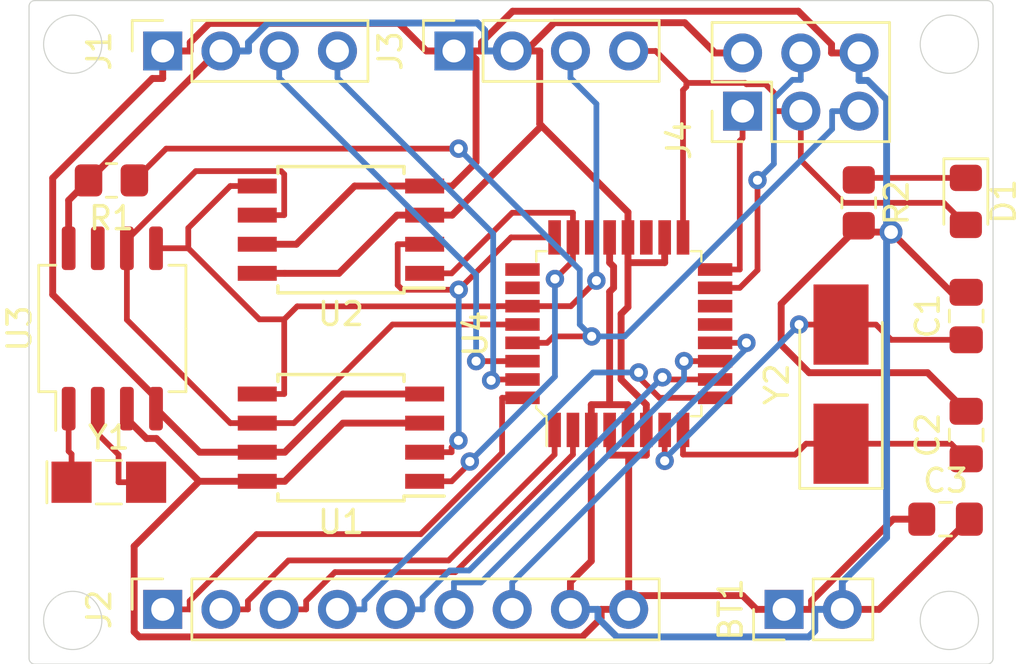
<source format=kicad_pcb>
(kicad_pcb (version 20171130) (host pcbnew "(5.1.9)-1")

  (general
    (thickness 1.6)
    (drawings 12)
    (tracks 328)
    (zones 0)
    (modules 17)
    (nets 32)
  )

  (page A4)
  (title_block
    (title "Battery powered Arduino clone with RTC and extra EEPROM")
    (date 2021-03-06)
    (rev 1)
    (comment 1 "Janne Oksanen")
    (comment 2 janne.oksanen@gmail.com)
  )

  (layers
    (0 F.Cu signal)
    (1 In1.Cu power)
    (2 In2.Cu power)
    (31 B.Cu signal)
    (32 B.Adhes user)
    (33 F.Adhes user)
    (34 B.Paste user)
    (35 F.Paste user)
    (36 B.SilkS user)
    (37 F.SilkS user)
    (38 B.Mask user)
    (39 F.Mask user)
    (40 Dwgs.User user)
    (41 Cmts.User user)
    (42 Eco1.User user)
    (43 Eco2.User user)
    (44 Edge.Cuts user)
    (45 Margin user)
    (46 B.CrtYd user)
    (47 F.CrtYd user)
    (48 B.Fab user)
    (49 F.Fab user)
  )

  (setup
    (last_trace_width 0.25)
    (user_trace_width 0.3)
    (trace_clearance 0.2)
    (zone_clearance 0.508)
    (zone_45_only no)
    (trace_min 0.2)
    (via_size 0.8)
    (via_drill 0.4)
    (via_min_size 0.4)
    (via_min_drill 0.3)
    (user_via 1 0.6)
    (uvia_size 0.3)
    (uvia_drill 0.1)
    (uvias_allowed no)
    (uvia_min_size 0.2)
    (uvia_min_drill 0.1)
    (edge_width 0.05)
    (segment_width 0.2)
    (pcb_text_width 0.3)
    (pcb_text_size 1.5 1.5)
    (mod_edge_width 0.12)
    (mod_text_size 1 1)
    (mod_text_width 0.15)
    (pad_size 1.524 1.524)
    (pad_drill 0.762)
    (pad_to_mask_clearance 0)
    (aux_axis_origin 0 0)
    (visible_elements 7FFFFFFF)
    (pcbplotparams
      (layerselection 0x010fc_ffffffff)
      (usegerberextensions false)
      (usegerberattributes true)
      (usegerberadvancedattributes true)
      (creategerberjobfile true)
      (excludeedgelayer true)
      (linewidth 0.100000)
      (plotframeref false)
      (viasonmask false)
      (mode 1)
      (useauxorigin false)
      (hpglpennumber 1)
      (hpglpenspeed 20)
      (hpglpendiameter 15.000000)
      (psnegative false)
      (psa4output false)
      (plotreference true)
      (plotvalue true)
      (plotinvisibletext false)
      (padsonsilk false)
      (subtractmaskfromsilk false)
      (outputformat 1)
      (mirror false)
      (drillshape 1)
      (scaleselection 1)
      (outputdirectory ""))
  )

  (net 0 "")
  (net 1 /Vcc)
  (net 2 GNDPWR)
  (net 3 "Net-(C1-Pad1)")
  (net 4 "Net-(C2-Pad1)")
  (net 5 "Net-(D1-Pad1)")
  (net 6 /SCK)
  (net 7 /Rx)
  (net 8 /Tx)
  (net 9 /D2)
  (net 10 /D3)
  (net 11 /D4)
  (net 12 /D5)
  (net 13 /D6)
  (net 14 /D7)
  (net 15 /D8)
  (net 16 /SDA)
  (net 17 /MISO)
  (net 18 /MOSI)
  (net 19 /RST)
  (net 20 /A0)
  (net 21 /A1)
  (net 22 /SCL)
  (net 23 "Net-(U3-Pad1)")
  (net 24 "Net-(U3-Pad2)")
  (net 25 "Net-(U3-Pad7)")
  (net 26 "Net-(U4-Pad13)")
  (net 27 "Net-(U4-Pad14)")
  (net 28 "Net-(U4-Pad19)")
  (net 29 "Net-(U4-Pad22)")
  (net 30 "Net-(U4-Pad25)")
  (net 31 "Net-(U4-Pad26)")

  (net_class Default "This is the default net class."
    (clearance 0.2)
    (trace_width 0.25)
    (via_dia 0.8)
    (via_drill 0.4)
    (uvia_dia 0.3)
    (uvia_drill 0.1)
    (add_net /A0)
    (add_net /A1)
    (add_net /D2)
    (add_net /D3)
    (add_net /D4)
    (add_net /D5)
    (add_net /D6)
    (add_net /D7)
    (add_net /D8)
    (add_net /MISO)
    (add_net /MOSI)
    (add_net /RST)
    (add_net /Rx)
    (add_net /SCK)
    (add_net /SCL)
    (add_net /SDA)
    (add_net /Tx)
    (add_net "Net-(C1-Pad1)")
    (add_net "Net-(C2-Pad1)")
    (add_net "Net-(D1-Pad1)")
    (add_net "Net-(U3-Pad1)")
    (add_net "Net-(U3-Pad2)")
    (add_net "Net-(U3-Pad7)")
    (add_net "Net-(U4-Pad13)")
    (add_net "Net-(U4-Pad14)")
    (add_net "Net-(U4-Pad19)")
    (add_net "Net-(U4-Pad22)")
    (add_net "Net-(U4-Pad25)")
    (add_net "Net-(U4-Pad26)")
  )

  (net_class Power ""
    (clearance 0.2)
    (trace_width 0.3)
    (via_dia 1)
    (via_drill 0.6)
    (uvia_dia 0.3)
    (uvia_drill 0.1)
    (add_net /Vcc)
    (add_net GNDPWR)
  )

  (module Connector_PinHeader_2.54mm:PinHeader_2x03_P2.54mm_Vertical (layer F.Cu) (tedit 59FED5CC) (tstamp 6043C180)
    (at 126.111 95.631 90)
    (descr "Through hole straight pin header, 2x03, 2.54mm pitch, double rows")
    (tags "Through hole pin header THT 2x03 2.54mm double row")
    (path /6039D755/603A1E2D)
    (fp_text reference J4 (at -1.27 -2.77 90) (layer F.SilkS)
      (effects (font (size 1 1) (thickness 0.15)))
    )
    (fp_text value ICSP (at -1.3208 7.764 90) (layer F.Fab)
      (effects (font (size 1 1) (thickness 0.15)))
    )
    (fp_line (start 0 -1.27) (end 3.81 -1.27) (layer F.Fab) (width 0.1))
    (fp_line (start 3.81 -1.27) (end 3.81 6.35) (layer F.Fab) (width 0.1))
    (fp_line (start 3.81 6.35) (end -1.27 6.35) (layer F.Fab) (width 0.1))
    (fp_line (start -1.27 6.35) (end -1.27 0) (layer F.Fab) (width 0.1))
    (fp_line (start -1.27 0) (end 0 -1.27) (layer F.Fab) (width 0.1))
    (fp_line (start -1.33 6.41) (end 3.87 6.41) (layer F.SilkS) (width 0.12))
    (fp_line (start -1.33 1.27) (end -1.33 6.41) (layer F.SilkS) (width 0.12))
    (fp_line (start 3.87 -1.33) (end 3.87 6.41) (layer F.SilkS) (width 0.12))
    (fp_line (start -1.33 1.27) (end 1.27 1.27) (layer F.SilkS) (width 0.12))
    (fp_line (start 1.27 1.27) (end 1.27 -1.33) (layer F.SilkS) (width 0.12))
    (fp_line (start 1.27 -1.33) (end 3.87 -1.33) (layer F.SilkS) (width 0.12))
    (fp_line (start -1.33 0) (end -1.33 -1.33) (layer F.SilkS) (width 0.12))
    (fp_line (start -1.33 -1.33) (end 0 -1.33) (layer F.SilkS) (width 0.12))
    (fp_line (start -1.8 -1.8) (end -1.8 6.85) (layer F.CrtYd) (width 0.05))
    (fp_line (start -1.8 6.85) (end 4.35 6.85) (layer F.CrtYd) (width 0.05))
    (fp_line (start 4.35 6.85) (end 4.35 -1.8) (layer F.CrtYd) (width 0.05))
    (fp_line (start 4.35 -1.8) (end -1.8 -1.8) (layer F.CrtYd) (width 0.05))
    (fp_text user %R (at -1.27 2.54) (layer F.Fab)
      (effects (font (size 1 1) (thickness 0.15)))
    )
    (pad 6 thru_hole oval (at 2.54 5.08 90) (size 1.7 1.7) (drill 1) (layers *.Cu *.Mask)
      (net 2 GNDPWR))
    (pad 5 thru_hole oval (at 0 5.08 90) (size 1.7 1.7) (drill 1) (layers *.Cu *.Mask)
      (net 19 /RST))
    (pad 4 thru_hole oval (at 2.54 2.54 90) (size 1.7 1.7) (drill 1) (layers *.Cu *.Mask)
      (net 18 /MOSI))
    (pad 3 thru_hole oval (at 0 2.54 90) (size 1.7 1.7) (drill 1) (layers *.Cu *.Mask)
      (net 6 /SCK))
    (pad 2 thru_hole oval (at 2.54 0 90) (size 1.7 1.7) (drill 1) (layers *.Cu *.Mask)
      (net 1 /Vcc))
    (pad 1 thru_hole rect (at 0 0 90) (size 1.7 1.7) (drill 1) (layers *.Cu *.Mask)
      (net 17 /MISO))
    (model ${KISYS3DMOD}/Connector_PinHeader_2.54mm.3dshapes/PinHeader_2x03_P2.54mm_Vertical.wrl
      (at (xyz 0 0 0))
      (scale (xyz 1 1 1))
      (rotate (xyz 0 0 0))
    )
  )

  (module Connector_PinHeader_2.54mm:PinHeader_1x02_P2.54mm_Vertical (layer F.Cu) (tedit 59FED5CC) (tstamp 6043C0D1)
    (at 127.921 117.373 90)
    (descr "Through hole straight pin header, 1x02, 2.54mm pitch, single row")
    (tags "Through hole pin header THT 1x02 2.54mm single row")
    (path /60392E5D)
    (fp_text reference BT1 (at 0 -2.33 90) (layer F.SilkS)
      (effects (font (size 1 1) (thickness 0.15)))
    )
    (fp_text value 3V (at 2.9718 -0.6415) (layer F.Fab)
      (effects (font (size 1 1) (thickness 0.15)))
    )
    (fp_line (start -0.635 -1.27) (end 1.27 -1.27) (layer F.Fab) (width 0.1))
    (fp_line (start 1.27 -1.27) (end 1.27 3.81) (layer F.Fab) (width 0.1))
    (fp_line (start 1.27 3.81) (end -1.27 3.81) (layer F.Fab) (width 0.1))
    (fp_line (start -1.27 3.81) (end -1.27 -0.635) (layer F.Fab) (width 0.1))
    (fp_line (start -1.27 -0.635) (end -0.635 -1.27) (layer F.Fab) (width 0.1))
    (fp_line (start -1.33 3.87) (end 1.33 3.87) (layer F.SilkS) (width 0.12))
    (fp_line (start -1.33 1.27) (end -1.33 3.87) (layer F.SilkS) (width 0.12))
    (fp_line (start 1.33 1.27) (end 1.33 3.87) (layer F.SilkS) (width 0.12))
    (fp_line (start -1.33 1.27) (end 1.33 1.27) (layer F.SilkS) (width 0.12))
    (fp_line (start -1.33 0) (end -1.33 -1.33) (layer F.SilkS) (width 0.12))
    (fp_line (start -1.33 -1.33) (end 0 -1.33) (layer F.SilkS) (width 0.12))
    (fp_line (start -1.8 -1.8) (end -1.8 4.35) (layer F.CrtYd) (width 0.05))
    (fp_line (start -1.8 4.35) (end 1.8 4.35) (layer F.CrtYd) (width 0.05))
    (fp_line (start 1.8 4.35) (end 1.8 -1.8) (layer F.CrtYd) (width 0.05))
    (fp_line (start 1.8 -1.8) (end -1.8 -1.8) (layer F.CrtYd) (width 0.05))
    (fp_text user %R (at 0 1.27) (layer F.Fab)
      (effects (font (size 1 1) (thickness 0.15)))
    )
    (pad 1 thru_hole rect (at 0 0 90) (size 1.7 1.7) (drill 1) (layers *.Cu *.Mask)
      (net 1 /Vcc))
    (pad 2 thru_hole oval (at 0 2.54 90) (size 1.7 1.7) (drill 1) (layers *.Cu *.Mask)
      (net 2 GNDPWR))
    (model ${KISYS3DMOD}/Connector_PinHeader_2.54mm.3dshapes/PinHeader_1x02_P2.54mm_Vertical.wrl
      (at (xyz 0 0 0))
      (scale (xyz 1 1 1))
      (rotate (xyz 0 0 0))
    )
  )

  (module Capacitor_SMD:C_0805_2012Metric_Pad1.18x1.45mm_HandSolder (layer F.Cu) (tedit 5F68FEEF) (tstamp 6043C0E2)
    (at 135.863 104.572 90)
    (descr "Capacitor SMD 0805 (2012 Metric), square (rectangular) end terminal, IPC_7351 nominal with elongated pad for handsoldering. (Body size source: IPC-SM-782 page 76, https://www.pcb-3d.com/wordpress/wp-content/uploads/ipc-sm-782a_amendment_1_and_2.pdf, https://docs.google.com/spreadsheets/d/1BsfQQcO9C6DZCsRaXUlFlo91Tg2WpOkGARC1WS5S8t0/edit?usp=sharing), generated with kicad-footprint-generator")
    (tags "capacitor handsolder")
    (path /603948D1)
    (attr smd)
    (fp_text reference C1 (at 0 -1.68 90) (layer F.SilkS)
      (effects (font (size 1 1) (thickness 0.15)))
    )
    (fp_text value 22pF (at 0 1.68 90) (layer F.Fab)
      (effects (font (size 1 1) (thickness 0.15)))
    )
    (fp_line (start -1 0.625) (end -1 -0.625) (layer F.Fab) (width 0.1))
    (fp_line (start -1 -0.625) (end 1 -0.625) (layer F.Fab) (width 0.1))
    (fp_line (start 1 -0.625) (end 1 0.625) (layer F.Fab) (width 0.1))
    (fp_line (start 1 0.625) (end -1 0.625) (layer F.Fab) (width 0.1))
    (fp_line (start -0.261252 -0.735) (end 0.261252 -0.735) (layer F.SilkS) (width 0.12))
    (fp_line (start -0.261252 0.735) (end 0.261252 0.735) (layer F.SilkS) (width 0.12))
    (fp_line (start -1.88 0.98) (end -1.88 -0.98) (layer F.CrtYd) (width 0.05))
    (fp_line (start -1.88 -0.98) (end 1.88 -0.98) (layer F.CrtYd) (width 0.05))
    (fp_line (start 1.88 -0.98) (end 1.88 0.98) (layer F.CrtYd) (width 0.05))
    (fp_line (start 1.88 0.98) (end -1.88 0.98) (layer F.CrtYd) (width 0.05))
    (fp_text user %R (at 0 0 90) (layer F.Fab)
      (effects (font (size 0.5 0.5) (thickness 0.08)))
    )
    (pad 1 smd roundrect (at -1.0375 0 90) (size 1.175 1.45) (layers F.Cu F.Paste F.Mask) (roundrect_rratio 0.212766)
      (net 3 "Net-(C1-Pad1)"))
    (pad 2 smd roundrect (at 1.0375 0 90) (size 1.175 1.45) (layers F.Cu F.Paste F.Mask) (roundrect_rratio 0.212766)
      (net 2 GNDPWR))
    (model ${KISYS3DMOD}/Capacitor_SMD.3dshapes/C_0805_2012Metric.wrl
      (at (xyz 0 0 0))
      (scale (xyz 1 1 1))
      (rotate (xyz 0 0 0))
    )
  )

  (module Capacitor_SMD:C_0805_2012Metric_Pad1.18x1.45mm_HandSolder (layer F.Cu) (tedit 5F68FEEF) (tstamp 6043C0F3)
    (at 135.863 109.766 90)
    (descr "Capacitor SMD 0805 (2012 Metric), square (rectangular) end terminal, IPC_7351 nominal with elongated pad for handsoldering. (Body size source: IPC-SM-782 page 76, https://www.pcb-3d.com/wordpress/wp-content/uploads/ipc-sm-782a_amendment_1_and_2.pdf, https://docs.google.com/spreadsheets/d/1BsfQQcO9C6DZCsRaXUlFlo91Tg2WpOkGARC1WS5S8t0/edit?usp=sharing), generated with kicad-footprint-generator")
    (tags "capacitor handsolder")
    (path /60394D09)
    (attr smd)
    (fp_text reference C2 (at 0 -1.68 90) (layer F.SilkS)
      (effects (font (size 1 1) (thickness 0.15)))
    )
    (fp_text value 22pF (at 0 1.68 90) (layer F.Fab)
      (effects (font (size 1 1) (thickness 0.15)))
    )
    (fp_line (start 1.88 0.98) (end -1.88 0.98) (layer F.CrtYd) (width 0.05))
    (fp_line (start 1.88 -0.98) (end 1.88 0.98) (layer F.CrtYd) (width 0.05))
    (fp_line (start -1.88 -0.98) (end 1.88 -0.98) (layer F.CrtYd) (width 0.05))
    (fp_line (start -1.88 0.98) (end -1.88 -0.98) (layer F.CrtYd) (width 0.05))
    (fp_line (start -0.261252 0.735) (end 0.261252 0.735) (layer F.SilkS) (width 0.12))
    (fp_line (start -0.261252 -0.735) (end 0.261252 -0.735) (layer F.SilkS) (width 0.12))
    (fp_line (start 1 0.625) (end -1 0.625) (layer F.Fab) (width 0.1))
    (fp_line (start 1 -0.625) (end 1 0.625) (layer F.Fab) (width 0.1))
    (fp_line (start -1 -0.625) (end 1 -0.625) (layer F.Fab) (width 0.1))
    (fp_line (start -1 0.625) (end -1 -0.625) (layer F.Fab) (width 0.1))
    (fp_text user %R (at 0 0 90) (layer F.Fab)
      (effects (font (size 0.5 0.5) (thickness 0.08)))
    )
    (pad 2 smd roundrect (at 1.0375 0 90) (size 1.175 1.45) (layers F.Cu F.Paste F.Mask) (roundrect_rratio 0.212766)
      (net 2 GNDPWR))
    (pad 1 smd roundrect (at -1.0375 0 90) (size 1.175 1.45) (layers F.Cu F.Paste F.Mask) (roundrect_rratio 0.212766)
      (net 4 "Net-(C2-Pad1)"))
    (model ${KISYS3DMOD}/Capacitor_SMD.3dshapes/C_0805_2012Metric.wrl
      (at (xyz 0 0 0))
      (scale (xyz 1 1 1))
      (rotate (xyz 0 0 0))
    )
  )

  (module Capacitor_SMD:C_0805_2012Metric_Pad1.18x1.45mm_HandSolder (layer F.Cu) (tedit 5F68FEEF) (tstamp 6043C104)
    (at 134.963 113.436)
    (descr "Capacitor SMD 0805 (2012 Metric), square (rectangular) end terminal, IPC_7351 nominal with elongated pad for handsoldering. (Body size source: IPC-SM-782 page 76, https://www.pcb-3d.com/wordpress/wp-content/uploads/ipc-sm-782a_amendment_1_and_2.pdf, https://docs.google.com/spreadsheets/d/1BsfQQcO9C6DZCsRaXUlFlo91Tg2WpOkGARC1WS5S8t0/edit?usp=sharing), generated with kicad-footprint-generator")
    (tags "capacitor handsolder")
    (path /60395306)
    (attr smd)
    (fp_text reference C3 (at 0 -1.68) (layer F.SilkS)
      (effects (font (size 1 1) (thickness 0.15)))
    )
    (fp_text value 10uF (at 0 1.68) (layer F.Fab)
      (effects (font (size 1 1) (thickness 0.15)))
    )
    (fp_line (start -1 0.625) (end -1 -0.625) (layer F.Fab) (width 0.1))
    (fp_line (start -1 -0.625) (end 1 -0.625) (layer F.Fab) (width 0.1))
    (fp_line (start 1 -0.625) (end 1 0.625) (layer F.Fab) (width 0.1))
    (fp_line (start 1 0.625) (end -1 0.625) (layer F.Fab) (width 0.1))
    (fp_line (start -0.261252 -0.735) (end 0.261252 -0.735) (layer F.SilkS) (width 0.12))
    (fp_line (start -0.261252 0.735) (end 0.261252 0.735) (layer F.SilkS) (width 0.12))
    (fp_line (start -1.88 0.98) (end -1.88 -0.98) (layer F.CrtYd) (width 0.05))
    (fp_line (start -1.88 -0.98) (end 1.88 -0.98) (layer F.CrtYd) (width 0.05))
    (fp_line (start 1.88 -0.98) (end 1.88 0.98) (layer F.CrtYd) (width 0.05))
    (fp_line (start 1.88 0.98) (end -1.88 0.98) (layer F.CrtYd) (width 0.05))
    (fp_text user %R (at 0 0) (layer F.Fab)
      (effects (font (size 0.5 0.5) (thickness 0.08)))
    )
    (pad 1 smd roundrect (at -1.0375 0) (size 1.175 1.45) (layers F.Cu F.Paste F.Mask) (roundrect_rratio 0.212766)
      (net 1 /Vcc))
    (pad 2 smd roundrect (at 1.0375 0) (size 1.175 1.45) (layers F.Cu F.Paste F.Mask) (roundrect_rratio 0.212766)
      (net 2 GNDPWR))
    (model ${KISYS3DMOD}/Capacitor_SMD.3dshapes/C_0805_2012Metric.wrl
      (at (xyz 0 0 0))
      (scale (xyz 1 1 1))
      (rotate (xyz 0 0 0))
    )
  )

  (module LED_SMD:LED_0805_2012Metric_Pad1.15x1.40mm_HandSolder (layer F.Cu) (tedit 5F68FEF1) (tstamp 6043C117)
    (at 135.848 99.568 270)
    (descr "LED SMD 0805 (2012 Metric), square (rectangular) end terminal, IPC_7351 nominal, (Body size source: https://docs.google.com/spreadsheets/d/1BsfQQcO9C6DZCsRaXUlFlo91Tg2WpOkGARC1WS5S8t0/edit?usp=sharing), generated with kicad-footprint-generator")
    (tags "LED handsolder")
    (path /60395D59)
    (attr smd)
    (fp_text reference D1 (at 0 -1.65 90) (layer F.SilkS)
      (effects (font (size 1 1) (thickness 0.15)))
    )
    (fp_text value LED (at 0 1.65 90) (layer F.Fab)
      (effects (font (size 1 1) (thickness 0.15)))
    )
    (fp_line (start 1 -0.6) (end -0.7 -0.6) (layer F.Fab) (width 0.1))
    (fp_line (start -0.7 -0.6) (end -1 -0.3) (layer F.Fab) (width 0.1))
    (fp_line (start -1 -0.3) (end -1 0.6) (layer F.Fab) (width 0.1))
    (fp_line (start -1 0.6) (end 1 0.6) (layer F.Fab) (width 0.1))
    (fp_line (start 1 0.6) (end 1 -0.6) (layer F.Fab) (width 0.1))
    (fp_line (start 1 -0.96) (end -1.86 -0.96) (layer F.SilkS) (width 0.12))
    (fp_line (start -1.86 -0.96) (end -1.86 0.96) (layer F.SilkS) (width 0.12))
    (fp_line (start -1.86 0.96) (end 1 0.96) (layer F.SilkS) (width 0.12))
    (fp_line (start -1.85 0.95) (end -1.85 -0.95) (layer F.CrtYd) (width 0.05))
    (fp_line (start -1.85 -0.95) (end 1.85 -0.95) (layer F.CrtYd) (width 0.05))
    (fp_line (start 1.85 -0.95) (end 1.85 0.95) (layer F.CrtYd) (width 0.05))
    (fp_line (start 1.85 0.95) (end -1.85 0.95) (layer F.CrtYd) (width 0.05))
    (fp_text user %R (at 0 0 90) (layer F.Fab)
      (effects (font (size 0.5 0.5) (thickness 0.08)))
    )
    (pad 1 smd roundrect (at -1.025 0 270) (size 1.15 1.4) (layers F.Cu F.Paste F.Mask) (roundrect_rratio 0.217391)
      (net 5 "Net-(D1-Pad1)"))
    (pad 2 smd roundrect (at 1.025 0 270) (size 1.15 1.4) (layers F.Cu F.Paste F.Mask) (roundrect_rratio 0.217391)
      (net 6 /SCK))
    (model ${KISYS3DMOD}/LED_SMD.3dshapes/LED_0805_2012Metric.wrl
      (at (xyz 0 0 0))
      (scale (xyz 1 1 1))
      (rotate (xyz 0 0 0))
    )
  )

  (module Connector_PinSocket_2.54mm:PinSocket_1x04_P2.54mm_Vertical (layer F.Cu) (tedit 5A19A429) (tstamp 6043C12F)
    (at 100.825 93.0048 90)
    (descr "Through hole straight socket strip, 1x04, 2.54mm pitch, single row (from Kicad 4.0.7), script generated")
    (tags "Through hole socket strip THT 1x04 2.54mm single row")
    (path /6039D755/603A2B66)
    (fp_text reference J1 (at 0 -2.77 90) (layer F.SilkS)
      (effects (font (size 1 1) (thickness 0.15)))
    )
    (fp_text value Serial (at -2.5881 3.5941 180) (layer F.Fab)
      (effects (font (size 1 1) (thickness 0.15)))
    )
    (fp_line (start -1.27 -1.27) (end 0.635 -1.27) (layer F.Fab) (width 0.1))
    (fp_line (start 0.635 -1.27) (end 1.27 -0.635) (layer F.Fab) (width 0.1))
    (fp_line (start 1.27 -0.635) (end 1.27 8.89) (layer F.Fab) (width 0.1))
    (fp_line (start 1.27 8.89) (end -1.27 8.89) (layer F.Fab) (width 0.1))
    (fp_line (start -1.27 8.89) (end -1.27 -1.27) (layer F.Fab) (width 0.1))
    (fp_line (start -1.33 1.27) (end 1.33 1.27) (layer F.SilkS) (width 0.12))
    (fp_line (start -1.33 1.27) (end -1.33 8.95) (layer F.SilkS) (width 0.12))
    (fp_line (start -1.33 8.95) (end 1.33 8.95) (layer F.SilkS) (width 0.12))
    (fp_line (start 1.33 1.27) (end 1.33 8.95) (layer F.SilkS) (width 0.12))
    (fp_line (start 1.33 -1.33) (end 1.33 0) (layer F.SilkS) (width 0.12))
    (fp_line (start 0 -1.33) (end 1.33 -1.33) (layer F.SilkS) (width 0.12))
    (fp_line (start -1.8 -1.8) (end 1.75 -1.8) (layer F.CrtYd) (width 0.05))
    (fp_line (start 1.75 -1.8) (end 1.75 9.4) (layer F.CrtYd) (width 0.05))
    (fp_line (start 1.75 9.4) (end -1.8 9.4) (layer F.CrtYd) (width 0.05))
    (fp_line (start -1.8 9.4) (end -1.8 -1.8) (layer F.CrtYd) (width 0.05))
    (fp_text user %R (at 0 3.81) (layer F.Fab)
      (effects (font (size 1 1) (thickness 0.15)))
    )
    (pad 1 thru_hole rect (at 0 0 90) (size 1.7 1.7) (drill 1) (layers *.Cu *.Mask)
      (net 2 GNDPWR))
    (pad 2 thru_hole oval (at 0 2.54 90) (size 1.7 1.7) (drill 1) (layers *.Cu *.Mask)
      (net 1 /Vcc))
    (pad 3 thru_hole oval (at 0 5.08 90) (size 1.7 1.7) (drill 1) (layers *.Cu *.Mask)
      (net 7 /Rx))
    (pad 4 thru_hole oval (at 0 7.62 90) (size 1.7 1.7) (drill 1) (layers *.Cu *.Mask)
      (net 8 /Tx))
    (model ${KISYS3DMOD}/Connector_PinSocket_2.54mm.3dshapes/PinSocket_1x04_P2.54mm_Vertical.wrl
      (at (xyz 0 0 0))
      (scale (xyz 1 1 1))
      (rotate (xyz 0 0 0))
    )
  )

  (module Connector_PinSocket_2.54mm:PinSocket_1x09_P2.54mm_Vertical (layer F.Cu) (tedit 5A19A431) (tstamp 6043C14C)
    (at 100.825 117.373 90)
    (descr "Through hole straight socket strip, 1x09, 2.54mm pitch, single row (from Kicad 4.0.7), script generated")
    (tags "Through hole socket strip THT 1x09 2.54mm single row")
    (path /6039D755/6039F8E9)
    (fp_text reference J2 (at 0 -2.77 90) (layer F.SilkS)
      (effects (font (size 1 1) (thickness 0.15)))
    )
    (fp_text value "Digital pins" (at 3.0226 10.3632 180) (layer F.Fab)
      (effects (font (size 1 1) (thickness 0.15)))
    )
    (fp_line (start -1.27 -1.27) (end 0.635 -1.27) (layer F.Fab) (width 0.1))
    (fp_line (start 0.635 -1.27) (end 1.27 -0.635) (layer F.Fab) (width 0.1))
    (fp_line (start 1.27 -0.635) (end 1.27 21.59) (layer F.Fab) (width 0.1))
    (fp_line (start 1.27 21.59) (end -1.27 21.59) (layer F.Fab) (width 0.1))
    (fp_line (start -1.27 21.59) (end -1.27 -1.27) (layer F.Fab) (width 0.1))
    (fp_line (start -1.33 1.27) (end 1.33 1.27) (layer F.SilkS) (width 0.12))
    (fp_line (start -1.33 1.27) (end -1.33 21.65) (layer F.SilkS) (width 0.12))
    (fp_line (start -1.33 21.65) (end 1.33 21.65) (layer F.SilkS) (width 0.12))
    (fp_line (start 1.33 1.27) (end 1.33 21.65) (layer F.SilkS) (width 0.12))
    (fp_line (start 1.33 -1.33) (end 1.33 0) (layer F.SilkS) (width 0.12))
    (fp_line (start 0 -1.33) (end 1.33 -1.33) (layer F.SilkS) (width 0.12))
    (fp_line (start -1.8 -1.8) (end 1.75 -1.8) (layer F.CrtYd) (width 0.05))
    (fp_line (start 1.75 -1.8) (end 1.75 22.1) (layer F.CrtYd) (width 0.05))
    (fp_line (start 1.75 22.1) (end -1.8 22.1) (layer F.CrtYd) (width 0.05))
    (fp_line (start -1.8 22.1) (end -1.8 -1.8) (layer F.CrtYd) (width 0.05))
    (fp_text user %R (at 0 10.16) (layer F.Fab)
      (effects (font (size 1 1) (thickness 0.15)))
    )
    (pad 1 thru_hole rect (at 0 0 90) (size 1.7 1.7) (drill 1) (layers *.Cu *.Mask)
      (net 9 /D2))
    (pad 2 thru_hole oval (at 0 2.54 90) (size 1.7 1.7) (drill 1) (layers *.Cu *.Mask)
      (net 10 /D3))
    (pad 3 thru_hole oval (at 0 5.08 90) (size 1.7 1.7) (drill 1) (layers *.Cu *.Mask)
      (net 11 /D4))
    (pad 4 thru_hole oval (at 0 7.62 90) (size 1.7 1.7) (drill 1) (layers *.Cu *.Mask)
      (net 12 /D5))
    (pad 5 thru_hole oval (at 0 10.16 90) (size 1.7 1.7) (drill 1) (layers *.Cu *.Mask)
      (net 13 /D6))
    (pad 6 thru_hole oval (at 0 12.7 90) (size 1.7 1.7) (drill 1) (layers *.Cu *.Mask)
      (net 14 /D7))
    (pad 7 thru_hole oval (at 0 15.24 90) (size 1.7 1.7) (drill 1) (layers *.Cu *.Mask)
      (net 15 /D8))
    (pad 8 thru_hole oval (at 0 17.78 90) (size 1.7 1.7) (drill 1) (layers *.Cu *.Mask)
      (net 2 GNDPWR))
    (pad 9 thru_hole oval (at 0 20.32 90) (size 1.7 1.7) (drill 1) (layers *.Cu *.Mask)
      (net 1 /Vcc))
    (model ${KISYS3DMOD}/Connector_PinSocket_2.54mm.3dshapes/PinSocket_1x09_P2.54mm_Vertical.wrl
      (at (xyz 0 0 0))
      (scale (xyz 1 1 1))
      (rotate (xyz 0 0 0))
    )
  )

  (module Connector_PinSocket_2.54mm:PinSocket_1x04_P2.54mm_Vertical (layer F.Cu) (tedit 5A19A429) (tstamp 6043C164)
    (at 113.525 93.0048 90)
    (descr "Through hole straight socket strip, 1x04, 2.54mm pitch, single row (from Kicad 4.0.7), script generated")
    (tags "Through hole socket strip THT 1x04 2.54mm single row")
    (path /6039D755/603A115F)
    (fp_text reference J3 (at 0 -2.77 90) (layer F.SilkS)
      (effects (font (size 1 1) (thickness 0.15)))
    )
    (fp_text value I2C (at -2.9437 3.6703 180) (layer F.Fab)
      (effects (font (size 1 1) (thickness 0.15)))
    )
    (fp_line (start -1.8 9.4) (end -1.8 -1.8) (layer F.CrtYd) (width 0.05))
    (fp_line (start 1.75 9.4) (end -1.8 9.4) (layer F.CrtYd) (width 0.05))
    (fp_line (start 1.75 -1.8) (end 1.75 9.4) (layer F.CrtYd) (width 0.05))
    (fp_line (start -1.8 -1.8) (end 1.75 -1.8) (layer F.CrtYd) (width 0.05))
    (fp_line (start 0 -1.33) (end 1.33 -1.33) (layer F.SilkS) (width 0.12))
    (fp_line (start 1.33 -1.33) (end 1.33 0) (layer F.SilkS) (width 0.12))
    (fp_line (start 1.33 1.27) (end 1.33 8.95) (layer F.SilkS) (width 0.12))
    (fp_line (start -1.33 8.95) (end 1.33 8.95) (layer F.SilkS) (width 0.12))
    (fp_line (start -1.33 1.27) (end -1.33 8.95) (layer F.SilkS) (width 0.12))
    (fp_line (start -1.33 1.27) (end 1.33 1.27) (layer F.SilkS) (width 0.12))
    (fp_line (start -1.27 8.89) (end -1.27 -1.27) (layer F.Fab) (width 0.1))
    (fp_line (start 1.27 8.89) (end -1.27 8.89) (layer F.Fab) (width 0.1))
    (fp_line (start 1.27 -0.635) (end 1.27 8.89) (layer F.Fab) (width 0.1))
    (fp_line (start 0.635 -1.27) (end 1.27 -0.635) (layer F.Fab) (width 0.1))
    (fp_line (start -1.27 -1.27) (end 0.635 -1.27) (layer F.Fab) (width 0.1))
    (fp_text user %R (at 0 3.81) (layer F.Fab)
      (effects (font (size 1 1) (thickness 0.15)))
    )
    (pad 4 thru_hole oval (at 0 7.62 90) (size 1.7 1.7) (drill 1) (layers *.Cu *.Mask)
      (net 6 /SCK))
    (pad 3 thru_hole oval (at 0 5.08 90) (size 1.7 1.7) (drill 1) (layers *.Cu *.Mask)
      (net 16 /SDA))
    (pad 2 thru_hole oval (at 0 2.54 90) (size 1.7 1.7) (drill 1) (layers *.Cu *.Mask)
      (net 1 /Vcc))
    (pad 1 thru_hole rect (at 0 0 90) (size 1.7 1.7) (drill 1) (layers *.Cu *.Mask)
      (net 2 GNDPWR))
    (model ${KISYS3DMOD}/Connector_PinSocket_2.54mm.3dshapes/PinSocket_1x04_P2.54mm_Vertical.wrl
      (at (xyz 0 0 0))
      (scale (xyz 1 1 1))
      (rotate (xyz 0 0 0))
    )
  )

  (module Resistor_SMD:R_0805_2012Metric_Pad1.20x1.40mm_HandSolder (layer F.Cu) (tedit 5F68FEEE) (tstamp 6043C191)
    (at 98.5901 98.6536 180)
    (descr "Resistor SMD 0805 (2012 Metric), square (rectangular) end terminal, IPC_7351 nominal with elongated pad for handsoldering. (Body size source: IPC-SM-782 page 72, https://www.pcb-3d.com/wordpress/wp-content/uploads/ipc-sm-782a_amendment_1_and_2.pdf), generated with kicad-footprint-generator")
    (tags "resistor handsolder")
    (path /603975B7)
    (attr smd)
    (fp_text reference R1 (at 0 -1.65) (layer F.SilkS)
      (effects (font (size 1 1) (thickness 0.15)))
    )
    (fp_text value 10k (at 0 1.65) (layer F.Fab)
      (effects (font (size 1 1) (thickness 0.15)))
    )
    (fp_line (start 1.85 0.95) (end -1.85 0.95) (layer F.CrtYd) (width 0.05))
    (fp_line (start 1.85 -0.95) (end 1.85 0.95) (layer F.CrtYd) (width 0.05))
    (fp_line (start -1.85 -0.95) (end 1.85 -0.95) (layer F.CrtYd) (width 0.05))
    (fp_line (start -1.85 0.95) (end -1.85 -0.95) (layer F.CrtYd) (width 0.05))
    (fp_line (start -0.227064 0.735) (end 0.227064 0.735) (layer F.SilkS) (width 0.12))
    (fp_line (start -0.227064 -0.735) (end 0.227064 -0.735) (layer F.SilkS) (width 0.12))
    (fp_line (start 1 0.625) (end -1 0.625) (layer F.Fab) (width 0.1))
    (fp_line (start 1 -0.625) (end 1 0.625) (layer F.Fab) (width 0.1))
    (fp_line (start -1 -0.625) (end 1 -0.625) (layer F.Fab) (width 0.1))
    (fp_line (start -1 0.625) (end -1 -0.625) (layer F.Fab) (width 0.1))
    (fp_text user %R (at 0 0) (layer F.Fab)
      (effects (font (size 0.5 0.5) (thickness 0.08)))
    )
    (pad 2 smd roundrect (at 1 0 180) (size 1.2 1.4) (layers F.Cu F.Paste F.Mask) (roundrect_rratio 0.208333)
      (net 1 /Vcc))
    (pad 1 smd roundrect (at -1 0 180) (size 1.2 1.4) (layers F.Cu F.Paste F.Mask) (roundrect_rratio 0.208333)
      (net 19 /RST))
    (model ${KISYS3DMOD}/Resistor_SMD.3dshapes/R_0805_2012Metric.wrl
      (at (xyz 0 0 0))
      (scale (xyz 1 1 1))
      (rotate (xyz 0 0 0))
    )
  )

  (module Resistor_SMD:R_0805_2012Metric_Pad1.20x1.40mm_HandSolder (layer F.Cu) (tedit 5F68FEEE) (tstamp 6043C1A2)
    (at 131.178 99.6315 270)
    (descr "Resistor SMD 0805 (2012 Metric), square (rectangular) end terminal, IPC_7351 nominal with elongated pad for handsoldering. (Body size source: IPC-SM-782 page 72, https://www.pcb-3d.com/wordpress/wp-content/uploads/ipc-sm-782a_amendment_1_and_2.pdf), generated with kicad-footprint-generator")
    (tags "resistor handsolder")
    (path /60396F4A)
    (attr smd)
    (fp_text reference R2 (at 0 -1.65 90) (layer F.SilkS)
      (effects (font (size 1 1) (thickness 0.15)))
    )
    (fp_text value 330 (at 0 1.65 90) (layer F.Fab)
      (effects (font (size 1 1) (thickness 0.15)))
    )
    (fp_line (start -1 0.625) (end -1 -0.625) (layer F.Fab) (width 0.1))
    (fp_line (start -1 -0.625) (end 1 -0.625) (layer F.Fab) (width 0.1))
    (fp_line (start 1 -0.625) (end 1 0.625) (layer F.Fab) (width 0.1))
    (fp_line (start 1 0.625) (end -1 0.625) (layer F.Fab) (width 0.1))
    (fp_line (start -0.227064 -0.735) (end 0.227064 -0.735) (layer F.SilkS) (width 0.12))
    (fp_line (start -0.227064 0.735) (end 0.227064 0.735) (layer F.SilkS) (width 0.12))
    (fp_line (start -1.85 0.95) (end -1.85 -0.95) (layer F.CrtYd) (width 0.05))
    (fp_line (start -1.85 -0.95) (end 1.85 -0.95) (layer F.CrtYd) (width 0.05))
    (fp_line (start 1.85 -0.95) (end 1.85 0.95) (layer F.CrtYd) (width 0.05))
    (fp_line (start 1.85 0.95) (end -1.85 0.95) (layer F.CrtYd) (width 0.05))
    (fp_text user %R (at 0 0 90) (layer F.Fab)
      (effects (font (size 0.5 0.5) (thickness 0.08)))
    )
    (pad 1 smd roundrect (at -1 0 270) (size 1.2 1.4) (layers F.Cu F.Paste F.Mask) (roundrect_rratio 0.208333)
      (net 5 "Net-(D1-Pad1)"))
    (pad 2 smd roundrect (at 1 0 270) (size 1.2 1.4) (layers F.Cu F.Paste F.Mask) (roundrect_rratio 0.208333)
      (net 2 GNDPWR))
    (model ${KISYS3DMOD}/Resistor_SMD.3dshapes/R_0805_2012Metric.wrl
      (at (xyz 0 0 0))
      (scale (xyz 1 1 1))
      (rotate (xyz 0 0 0))
    )
  )

  (module Package_SO:SOIJ-8_5.3x5.3mm_P1.27mm (layer F.Cu) (tedit 5A02F2D3) (tstamp 6043C1BF)
    (at 108.598 109.879 180)
    (descr "8-Lead Plastic Small Outline (SM) - Medium, 5.28 mm Body [SOIC] (see Microchip Packaging Specification 00000049BS.pdf)")
    (tags "SOIC 1.27")
    (path /60398136)
    (attr smd)
    (fp_text reference U1 (at 0 -3.68) (layer F.SilkS)
      (effects (font (size 1 1) (thickness 0.15)))
    )
    (fp_text value 24LC1025 (at 0 3.68) (layer F.Fab)
      (effects (font (size 1 1) (thickness 0.15)))
    )
    (fp_line (start -1.65 -2.65) (end 2.65 -2.65) (layer F.Fab) (width 0.15))
    (fp_line (start 2.65 -2.65) (end 2.65 2.65) (layer F.Fab) (width 0.15))
    (fp_line (start 2.65 2.65) (end -2.65 2.65) (layer F.Fab) (width 0.15))
    (fp_line (start -2.65 2.65) (end -2.65 -1.65) (layer F.Fab) (width 0.15))
    (fp_line (start -2.65 -1.65) (end -1.65 -2.65) (layer F.Fab) (width 0.15))
    (fp_line (start -4.75 -2.95) (end -4.75 2.95) (layer F.CrtYd) (width 0.05))
    (fp_line (start 4.75 -2.95) (end 4.75 2.95) (layer F.CrtYd) (width 0.05))
    (fp_line (start -4.75 -2.95) (end 4.75 -2.95) (layer F.CrtYd) (width 0.05))
    (fp_line (start -4.75 2.95) (end 4.75 2.95) (layer F.CrtYd) (width 0.05))
    (fp_line (start -2.75 -2.755) (end -2.75 -2.55) (layer F.SilkS) (width 0.15))
    (fp_line (start 2.75 -2.755) (end 2.75 -2.455) (layer F.SilkS) (width 0.15))
    (fp_line (start 2.75 2.755) (end 2.75 2.455) (layer F.SilkS) (width 0.15))
    (fp_line (start -2.75 2.755) (end -2.75 2.455) (layer F.SilkS) (width 0.15))
    (fp_line (start -2.75 -2.755) (end 2.75 -2.755) (layer F.SilkS) (width 0.15))
    (fp_line (start -2.75 2.755) (end 2.75 2.755) (layer F.SilkS) (width 0.15))
    (fp_line (start -2.75 -2.55) (end -4.5 -2.55) (layer F.SilkS) (width 0.15))
    (fp_text user %R (at 0 0) (layer F.Fab)
      (effects (font (size 1 1) (thickness 0.15)))
    )
    (pad 1 smd rect (at -3.65 -1.905 180) (size 1.7 0.65) (layers F.Cu F.Paste F.Mask)
      (net 20 /A0))
    (pad 2 smd rect (at -3.65 -0.635 180) (size 1.7 0.65) (layers F.Cu F.Paste F.Mask)
      (net 21 /A1))
    (pad 3 smd rect (at -3.65 0.635 180) (size 1.7 0.65) (layers F.Cu F.Paste F.Mask)
      (net 1 /Vcc))
    (pad 4 smd rect (at -3.65 1.905 180) (size 1.7 0.65) (layers F.Cu F.Paste F.Mask)
      (net 2 GNDPWR))
    (pad 5 smd rect (at 3.65 1.905 180) (size 1.7 0.65) (layers F.Cu F.Paste F.Mask)
      (net 16 /SDA))
    (pad 6 smd rect (at 3.65 0.635 180) (size 1.7 0.65) (layers F.Cu F.Paste F.Mask)
      (net 22 /SCL))
    (pad 7 smd rect (at 3.65 -0.635 180) (size 1.7 0.65) (layers F.Cu F.Paste F.Mask)
      (net 2 GNDPWR))
    (pad 8 smd rect (at 3.65 -1.905 180) (size 1.7 0.65) (layers F.Cu F.Paste F.Mask)
      (net 1 /Vcc))
    (model ${KISYS3DMOD}/Package_SO.3dshapes/SOIJ-8_5.3x5.3mm_P1.27mm.wrl
      (at (xyz 0 0 0))
      (scale (xyz 1 1 1))
      (rotate (xyz 0 0 0))
    )
  )

  (module Package_SO:SOIJ-8_5.3x5.3mm_P1.27mm (layer F.Cu) (tedit 5A02F2D3) (tstamp 6043C1DC)
    (at 108.598 100.803 180)
    (descr "8-Lead Plastic Small Outline (SM) - Medium, 5.28 mm Body [SOIC] (see Microchip Packaging Specification 00000049BS.pdf)")
    (tags "SOIC 1.27")
    (path /603A7E93)
    (attr smd)
    (fp_text reference U2 (at 0 -3.68) (layer F.SilkS)
      (effects (font (size 1 1) (thickness 0.15)))
    )
    (fp_text value 24LC1025 (at 0 3.68) (layer F.Fab)
      (effects (font (size 1 1) (thickness 0.15)))
    )
    (fp_line (start -2.75 -2.55) (end -4.5 -2.55) (layer F.SilkS) (width 0.15))
    (fp_line (start -2.75 2.755) (end 2.75 2.755) (layer F.SilkS) (width 0.15))
    (fp_line (start -2.75 -2.755) (end 2.75 -2.755) (layer F.SilkS) (width 0.15))
    (fp_line (start -2.75 2.755) (end -2.75 2.455) (layer F.SilkS) (width 0.15))
    (fp_line (start 2.75 2.755) (end 2.75 2.455) (layer F.SilkS) (width 0.15))
    (fp_line (start 2.75 -2.755) (end 2.75 -2.455) (layer F.SilkS) (width 0.15))
    (fp_line (start -2.75 -2.755) (end -2.75 -2.55) (layer F.SilkS) (width 0.15))
    (fp_line (start -4.75 2.95) (end 4.75 2.95) (layer F.CrtYd) (width 0.05))
    (fp_line (start -4.75 -2.95) (end 4.75 -2.95) (layer F.CrtYd) (width 0.05))
    (fp_line (start 4.75 -2.95) (end 4.75 2.95) (layer F.CrtYd) (width 0.05))
    (fp_line (start -4.75 -2.95) (end -4.75 2.95) (layer F.CrtYd) (width 0.05))
    (fp_line (start -2.65 -1.65) (end -1.65 -2.65) (layer F.Fab) (width 0.15))
    (fp_line (start -2.65 2.65) (end -2.65 -1.65) (layer F.Fab) (width 0.15))
    (fp_line (start 2.65 2.65) (end -2.65 2.65) (layer F.Fab) (width 0.15))
    (fp_line (start 2.65 -2.65) (end 2.65 2.65) (layer F.Fab) (width 0.15))
    (fp_line (start -1.65 -2.65) (end 2.65 -2.65) (layer F.Fab) (width 0.15))
    (fp_text user %R (at 0 0) (layer F.Fab)
      (effects (font (size 1 1) (thickness 0.15)))
    )
    (pad 8 smd rect (at 3.65 -1.905 180) (size 1.7 0.65) (layers F.Cu F.Paste F.Mask)
      (net 1 /Vcc))
    (pad 7 smd rect (at 3.65 -0.635 180) (size 1.7 0.65) (layers F.Cu F.Paste F.Mask)
      (net 2 GNDPWR))
    (pad 6 smd rect (at 3.65 0.635 180) (size 1.7 0.65) (layers F.Cu F.Paste F.Mask)
      (net 22 /SCL))
    (pad 5 smd rect (at 3.65 1.905 180) (size 1.7 0.65) (layers F.Cu F.Paste F.Mask)
      (net 16 /SDA))
    (pad 4 smd rect (at -3.65 1.905 180) (size 1.7 0.65) (layers F.Cu F.Paste F.Mask)
      (net 2 GNDPWR))
    (pad 3 smd rect (at -3.65 0.635 180) (size 1.7 0.65) (layers F.Cu F.Paste F.Mask)
      (net 1 /Vcc))
    (pad 2 smd rect (at -3.65 -0.635 180) (size 1.7 0.65) (layers F.Cu F.Paste F.Mask)
      (net 21 /A1))
    (pad 1 smd rect (at -3.65 -1.905 180) (size 1.7 0.65) (layers F.Cu F.Paste F.Mask)
      (net 20 /A0))
    (model ${KISYS3DMOD}/Package_SO.3dshapes/SOIJ-8_5.3x5.3mm_P1.27mm.wrl
      (at (xyz 0 0 0))
      (scale (xyz 1 1 1))
      (rotate (xyz 0 0 0))
    )
  )

  (module Package_SO:SO-8_5.3x6.2mm_P1.27mm (layer F.Cu) (tedit 5EA5315B) (tstamp 6043C1FB)
    (at 98.6282 105.114 90)
    (descr "SO, 8 Pin (https://www.ti.com/lit/ml/msop001a/msop001a.pdf), generated with kicad-footprint-generator ipc_gullwing_generator.py")
    (tags "SO SO")
    (path /603A384A)
    (attr smd)
    (fp_text reference U3 (at 0 -4.05 90) (layer F.SilkS)
      (effects (font (size 1 1) (thickness 0.15)))
    )
    (fp_text value DS1337S+ (at 0 4.05 90) (layer F.Fab)
      (effects (font (size 1 1) (thickness 0.15)))
    )
    (fp_line (start 0 3.21) (end 2.76 3.21) (layer F.SilkS) (width 0.12))
    (fp_line (start 2.76 3.21) (end 2.76 2.465) (layer F.SilkS) (width 0.12))
    (fp_line (start 0 3.21) (end -2.76 3.21) (layer F.SilkS) (width 0.12))
    (fp_line (start -2.76 3.21) (end -2.76 2.465) (layer F.SilkS) (width 0.12))
    (fp_line (start 0 -3.21) (end 2.76 -3.21) (layer F.SilkS) (width 0.12))
    (fp_line (start 2.76 -3.21) (end 2.76 -2.465) (layer F.SilkS) (width 0.12))
    (fp_line (start 0 -3.21) (end -2.76 -3.21) (layer F.SilkS) (width 0.12))
    (fp_line (start -2.76 -3.21) (end -2.76 -2.465) (layer F.SilkS) (width 0.12))
    (fp_line (start -2.76 -2.465) (end -4.45 -2.465) (layer F.SilkS) (width 0.12))
    (fp_line (start -1.65 -3.1) (end 2.65 -3.1) (layer F.Fab) (width 0.1))
    (fp_line (start 2.65 -3.1) (end 2.65 3.1) (layer F.Fab) (width 0.1))
    (fp_line (start 2.65 3.1) (end -2.65 3.1) (layer F.Fab) (width 0.1))
    (fp_line (start -2.65 3.1) (end -2.65 -2.1) (layer F.Fab) (width 0.1))
    (fp_line (start -2.65 -2.1) (end -1.65 -3.1) (layer F.Fab) (width 0.1))
    (fp_line (start -4.7 -3.35) (end -4.7 3.35) (layer F.CrtYd) (width 0.05))
    (fp_line (start -4.7 3.35) (end 4.7 3.35) (layer F.CrtYd) (width 0.05))
    (fp_line (start 4.7 3.35) (end 4.7 -3.35) (layer F.CrtYd) (width 0.05))
    (fp_line (start 4.7 -3.35) (end -4.7 -3.35) (layer F.CrtYd) (width 0.05))
    (fp_text user %R (at 0 0 90) (layer F.Fab)
      (effects (font (size 1 1) (thickness 0.15)))
    )
    (pad 1 smd roundrect (at -3.5 -1.905 90) (size 1.9 0.6) (layers F.Cu F.Paste F.Mask) (roundrect_rratio 0.25)
      (net 23 "Net-(U3-Pad1)"))
    (pad 2 smd roundrect (at -3.5 -0.635 90) (size 1.9 0.6) (layers F.Cu F.Paste F.Mask) (roundrect_rratio 0.25)
      (net 24 "Net-(U3-Pad2)"))
    (pad 3 smd roundrect (at -3.5 0.635 90) (size 1.9 0.6) (layers F.Cu F.Paste F.Mask) (roundrect_rratio 0.25)
      (net 1 /Vcc))
    (pad 4 smd roundrect (at -3.5 1.905 90) (size 1.9 0.6) (layers F.Cu F.Paste F.Mask) (roundrect_rratio 0.25)
      (net 2 GNDPWR))
    (pad 5 smd roundrect (at 3.5 1.905 90) (size 1.9 0.6) (layers F.Cu F.Paste F.Mask) (roundrect_rratio 0.25)
      (net 16 /SDA))
    (pad 6 smd roundrect (at 3.5 0.635 90) (size 1.9 0.6) (layers F.Cu F.Paste F.Mask) (roundrect_rratio 0.25)
      (net 22 /SCL))
    (pad 7 smd roundrect (at 3.5 -0.635 90) (size 1.9 0.6) (layers F.Cu F.Paste F.Mask) (roundrect_rratio 0.25)
      (net 25 "Net-(U3-Pad7)"))
    (pad 8 smd roundrect (at 3.5 -1.905 90) (size 1.9 0.6) (layers F.Cu F.Paste F.Mask) (roundrect_rratio 0.25)
      (net 1 /Vcc))
    (model ${KISYS3DMOD}/Package_SO.3dshapes/SO-8_5.3x6.2mm_P1.27mm.wrl
      (at (xyz 0 0 0))
      (scale (xyz 1 1 1))
      (rotate (xyz 0 0 0))
    )
  )

  (module digikey-footprints:TQFP-32_7x7mm (layer F.Cu) (tedit 5D28AA5E) (tstamp 6043C233)
    (at 120.714 105.341 90)
    (descr http://www.atmel.com/Images/Atmel-8826-SEEPROM-PCB-Mounting-Guidelines-Surface-Mount-Packages-ApplicationNote.pdf)
    (path /60399C0D)
    (attr smd)
    (fp_text reference U4 (at 0 -6.25 90) (layer F.SilkS)
      (effects (font (size 1 1) (thickness 0.15)))
    )
    (fp_text value ATMEGA328P-AU (at 0 6.2 90) (layer F.Fab)
      (effects (font (size 1 1) (thickness 0.15)))
    )
    (fp_line (start -5.2 5.2) (end 5.2 5.2) (layer F.CrtYd) (width 0.05))
    (fp_line (start -5.2 -5.2) (end -5.2 5.2) (layer F.CrtYd) (width 0.05))
    (fp_line (start 5.2 -5.2) (end 5.2 5.2) (layer F.CrtYd) (width 0.05))
    (fp_line (start -5.2 -5.2) (end 5.2 -5.2) (layer F.CrtYd) (width 0.05))
    (fp_line (start -3.15 -3.6) (end -3.25 -3.6) (layer F.SilkS) (width 0.1))
    (fp_line (start -3.25 -3.6) (end -3.6 -3.25) (layer F.SilkS) (width 0.1))
    (fp_line (start -3.6 -3.25) (end -3.6 -3.15) (layer F.SilkS) (width 0.1))
    (fp_line (start -3.6 -3.15) (end -4.9 -3.15) (layer F.SilkS) (width 0.1))
    (fp_line (start 3.6 -3.6) (end 3.15 -3.6) (layer F.SilkS) (width 0.1))
    (fp_line (start 3.6 -3.6) (end 3.6 -3.15) (layer F.SilkS) (width 0.1))
    (fp_line (start 3.6 3.6) (end 3.6 3.15) (layer F.SilkS) (width 0.1))
    (fp_line (start 3.6 3.6) (end 3.15 3.6) (layer F.SilkS) (width 0.1))
    (fp_line (start -3.6 3.6) (end -3.15 3.6) (layer F.SilkS) (width 0.1))
    (fp_line (start -3.6 3.6) (end -3.6 3.15) (layer F.SilkS) (width 0.1))
    (fp_line (start -3.5 -3.2) (end -3.5 3.5) (layer F.Fab) (width 0.1))
    (fp_line (start -3.2 -3.5) (end 3.5 -3.5) (layer F.Fab) (width 0.1))
    (fp_line (start -3.5 -3.2) (end -3.2 -3.5) (layer F.Fab) (width 0.1))
    (fp_line (start -3.5 3.5) (end 3.5 3.5) (layer F.Fab) (width 0.1))
    (fp_line (start 3.5 -3.5) (end 3.5 3.5) (layer F.Fab) (width 0.1))
    (fp_text user %R (at 0 0 90) (layer F.Fab)
      (effects (font (size 1 1) (thickness 0.15)))
    )
    (pad 9 smd rect (at -2.8 4.2 90) (size 0.55 1.5) (layers F.Cu F.Paste F.Mask)
      (net 12 /D5))
    (pad 1 smd rect (at -4.2 -2.8 90) (size 1.5 0.55) (layers F.Cu F.Paste F.Mask)
      (net 10 /D3))
    (pad 2 smd rect (at -4.2 -2 90) (size 1.5 0.55) (layers F.Cu F.Paste F.Mask)
      (net 11 /D4))
    (pad 3 smd rect (at -4.2 -1.2 90) (size 1.5 0.55) (layers F.Cu F.Paste F.Mask)
      (net 2 GNDPWR))
    (pad 4 smd rect (at -4.2 -0.4 90) (size 1.5 0.55) (layers F.Cu F.Paste F.Mask)
      (net 1 /Vcc))
    (pad 5 smd rect (at -4.2 0.4 90) (size 1.5 0.55) (layers F.Cu F.Paste F.Mask)
      (net 2 GNDPWR))
    (pad 6 smd rect (at -4.2 1.2 90) (size 1.5 0.55) (layers F.Cu F.Paste F.Mask)
      (net 1 /Vcc))
    (pad 7 smd rect (at -4.2 2 90) (size 1.5 0.55) (layers F.Cu F.Paste F.Mask)
      (net 3 "Net-(C1-Pad1)"))
    (pad 8 smd rect (at -4.2 2.8 90) (size 1.5 0.55) (layers F.Cu F.Paste F.Mask)
      (net 4 "Net-(C2-Pad1)"))
    (pad 10 smd rect (at -2 4.2 90) (size 0.55 1.5) (layers F.Cu F.Paste F.Mask)
      (net 13 /D6))
    (pad 11 smd rect (at -1.2 4.2 90) (size 0.55 1.5) (layers F.Cu F.Paste F.Mask)
      (net 14 /D7))
    (pad 12 smd rect (at -0.4 4.2 90) (size 0.55 1.5) (layers F.Cu F.Paste F.Mask)
      (net 15 /D8))
    (pad 13 smd rect (at 0.4 4.2 90) (size 0.55 1.5) (layers F.Cu F.Paste F.Mask)
      (net 26 "Net-(U4-Pad13)"))
    (pad 14 smd rect (at 1.2 4.2 90) (size 0.55 1.5) (layers F.Cu F.Paste F.Mask)
      (net 27 "Net-(U4-Pad14)"))
    (pad 15 smd rect (at 2 4.2 90) (size 0.55 1.5) (layers F.Cu F.Paste F.Mask)
      (net 18 /MOSI))
    (pad 16 smd rect (at 2.8 4.2 90) (size 0.55 1.5) (layers F.Cu F.Paste F.Mask)
      (net 17 /MISO))
    (pad 17 smd rect (at 4.2 2.8 90) (size 1.5 0.55) (layers F.Cu F.Paste F.Mask)
      (net 6 /SCK))
    (pad 18 smd rect (at 4.2 2 90) (size 1.5 0.55) (layers F.Cu F.Paste F.Mask)
      (net 1 /Vcc))
    (pad 19 smd rect (at 4.2 1.2 90) (size 1.5 0.55) (layers F.Cu F.Paste F.Mask)
      (net 28 "Net-(U4-Pad19)"))
    (pad 20 smd rect (at 4.2 0.4 90) (size 1.5 0.55) (layers F.Cu F.Paste F.Mask)
      (net 1 /Vcc))
    (pad 21 smd rect (at 4.2 -0.4 90) (size 1.5 0.55) (layers F.Cu F.Paste F.Mask)
      (net 2 GNDPWR))
    (pad 22 smd rect (at 4.2 -1.2 90) (size 1.5 0.55) (layers F.Cu F.Paste F.Mask)
      (net 29 "Net-(U4-Pad22)"))
    (pad 23 smd rect (at 4.2 -2 90) (size 1.5 0.55) (layers F.Cu F.Paste F.Mask)
      (net 20 /A0))
    (pad 24 smd rect (at 4.2 -2.8 90) (size 1.5 0.55) (layers F.Cu F.Paste F.Mask)
      (net 21 /A1))
    (pad 25 smd rect (at 2.8 -4.2 90) (size 0.55 1.5) (layers F.Cu F.Paste F.Mask)
      (net 30 "Net-(U4-Pad25)"))
    (pad 26 smd rect (at 2 -4.2 90) (size 0.55 1.5) (layers F.Cu F.Paste F.Mask)
      (net 31 "Net-(U4-Pad26)"))
    (pad 27 smd rect (at 1.2 -4.2 90) (size 0.55 1.5) (layers F.Cu F.Paste F.Mask)
      (net 16 /SDA))
    (pad 28 smd rect (at 0.4 -4.2 90) (size 0.55 1.5) (layers F.Cu F.Paste F.Mask)
      (net 22 /SCL))
    (pad 29 smd rect (at -0.4 -4.2 90) (size 0.55 1.5) (layers F.Cu F.Paste F.Mask)
      (net 19 /RST))
    (pad 30 smd rect (at -1.2 -4.2 90) (size 0.55 1.5) (layers F.Cu F.Paste F.Mask)
      (net 7 /Rx))
    (pad 31 smd rect (at -2 -4.2 90) (size 0.55 1.5) (layers F.Cu F.Paste F.Mask)
      (net 8 /Tx))
    (pad 32 smd rect (at -2.8 -4.2 90) (size 0.55 1.5) (layers F.Cu F.Paste F.Mask)
      (net 9 /D2))
  )

  (module Crystal:Crystal_SMD_MicroCrystal_CC7V-T1A-2Pin_3.2x1.5mm_HandSoldering (layer F.Cu) (tedit 5A0FD1B2) (tstamp 6044AE57)
    (at 98.4758 111.824)
    (descr "SMD Crystal MicroCrystal CC7V-T1A/CM7V-T1A series http://www.microcrystal.com/images/_Product-Documentation/01_TF_ceramic_Packages/01_Datasheet/CC1V-T1A.pdf, hand-soldering, 3.2x1.5mm^2 package")
    (tags "SMD SMT crystal hand-soldering")
    (path /603A46B2)
    (attr smd)
    (fp_text reference Y1 (at 0 -1.95) (layer F.SilkS)
      (effects (font (size 1 1) (thickness 0.15)))
    )
    (fp_text value "32 MHz" (at 0 1.95) (layer F.Fab)
      (effects (font (size 1 1) (thickness 0.15)))
    )
    (fp_line (start -1.6 -0.75) (end -1.6 0.75) (layer F.Fab) (width 0.1))
    (fp_line (start -1.6 0.75) (end 1.6 0.75) (layer F.Fab) (width 0.1))
    (fp_line (start 1.6 0.75) (end 1.6 -0.75) (layer F.Fab) (width 0.1))
    (fp_line (start 1.6 -0.75) (end -1.6 -0.75) (layer F.Fab) (width 0.1))
    (fp_line (start -1.6 0.25) (end -1.1 0.75) (layer F.Fab) (width 0.1))
    (fp_line (start -0.55 -0.95) (end 0.55 -0.95) (layer F.SilkS) (width 0.12))
    (fp_line (start -0.55 0.95) (end 0.55 0.95) (layer F.SilkS) (width 0.12))
    (fp_line (start -2.7 -0.9) (end -2.7 0.9) (layer F.SilkS) (width 0.12))
    (fp_line (start -2.8 -1.2) (end -2.8 1.2) (layer F.CrtYd) (width 0.05))
    (fp_line (start -2.8 1.2) (end 2.8 1.2) (layer F.CrtYd) (width 0.05))
    (fp_line (start 2.8 1.2) (end 2.8 -1.2) (layer F.CrtYd) (width 0.05))
    (fp_line (start 2.8 -1.2) (end -2.8 -1.2) (layer F.CrtYd) (width 0.05))
    (fp_text user %R (at 0.2159 0.0889) (layer F.Fab)
      (effects (font (size 0.7 0.7) (thickness 0.105)))
    )
    (pad 1 smd rect (at -1.625 0) (size 1.75 1.8) (layers F.Cu F.Paste F.Mask)
      (net 23 "Net-(U3-Pad1)"))
    (pad 2 smd rect (at 1.625 0) (size 1.75 1.8) (layers F.Cu F.Paste F.Mask)
      (net 24 "Net-(U3-Pad2)"))
    (model ${KISYS3DMOD}/Crystal.3dshapes/Crystal_SMD_MicroCrystal_CC7V-T1A-2Pin_3.2x1.5mm_HandSoldering.wrl
      (at (xyz 0 0 0))
      (scale (xyz 1 1 1))
      (rotate (xyz 0 0 0))
    )
  )

  (module Crystal:Crystal_SMD_5032-2Pin_5.0x3.2mm_HandSoldering (layer F.Cu) (tedit 5A0FD1B2) (tstamp 6043C261)
    (at 130.404 107.544 90)
    (descr "SMD Crystal SERIES SMD2520/2 http://www.icbase.com/File/PDF/HKC/HKC00061008.pdf, hand-soldering, 5.0x3.2mm^2 package")
    (tags "SMD SMT crystal hand-soldering")
    (path /603A4B43)
    (attr smd)
    (fp_text reference Y2 (at 0 -2.8 90) (layer F.SilkS)
      (effects (font (size 1 1) (thickness 0.15)))
    )
    (fp_text value "16 MHz" (at 0 2.8 90) (layer F.Fab)
      (effects (font (size 1 1) (thickness 0.15)))
    )
    (fp_line (start -2.3 -1.6) (end 2.3 -1.6) (layer F.Fab) (width 0.1))
    (fp_line (start 2.3 -1.6) (end 2.5 -1.4) (layer F.Fab) (width 0.1))
    (fp_line (start 2.5 -1.4) (end 2.5 1.4) (layer F.Fab) (width 0.1))
    (fp_line (start 2.5 1.4) (end 2.3 1.6) (layer F.Fab) (width 0.1))
    (fp_line (start 2.3 1.6) (end -2.3 1.6) (layer F.Fab) (width 0.1))
    (fp_line (start -2.3 1.6) (end -2.5 1.4) (layer F.Fab) (width 0.1))
    (fp_line (start -2.5 1.4) (end -2.5 -1.4) (layer F.Fab) (width 0.1))
    (fp_line (start -2.5 -1.4) (end -2.3 -1.6) (layer F.Fab) (width 0.1))
    (fp_line (start -2.5 0.6) (end -1.5 1.6) (layer F.Fab) (width 0.1))
    (fp_line (start 2.7 -1.8) (end -4.55 -1.8) (layer F.SilkS) (width 0.12))
    (fp_line (start -4.55 -1.8) (end -4.55 1.8) (layer F.SilkS) (width 0.12))
    (fp_line (start -4.55 1.8) (end 2.7 1.8) (layer F.SilkS) (width 0.12))
    (fp_line (start -4.6 -1.9) (end -4.6 1.9) (layer F.CrtYd) (width 0.05))
    (fp_line (start -4.6 1.9) (end 4.6 1.9) (layer F.CrtYd) (width 0.05))
    (fp_line (start 4.6 1.9) (end 4.6 -1.9) (layer F.CrtYd) (width 0.05))
    (fp_line (start 4.6 -1.9) (end -4.6 -1.9) (layer F.CrtYd) (width 0.05))
    (fp_circle (center 0 0) (end 0.4 0) (layer F.Adhes) (width 0.1))
    (fp_circle (center 0 0) (end 0.333333 0) (layer F.Adhes) (width 0.133333))
    (fp_circle (center 0 0) (end 0.213333 0) (layer F.Adhes) (width 0.133333))
    (fp_circle (center 0 0) (end 0.093333 0) (layer F.Adhes) (width 0.186667))
    (fp_text user %R (at 0 0 90) (layer F.Fab)
      (effects (font (size 1 1) (thickness 0.15)))
    )
    (pad 1 smd rect (at -2.6 0 90) (size 3.5 2.4) (layers F.Cu F.Paste F.Mask)
      (net 4 "Net-(C2-Pad1)"))
    (pad 2 smd rect (at 2.6 0 90) (size 3.5 2.4) (layers F.Cu F.Paste F.Mask)
      (net 3 "Net-(C1-Pad1)"))
    (model ${KISYS3DMOD}/Crystal.3dshapes/Crystal_SMD_5032-2Pin_5.0x3.2mm_HandSoldering.wrl
      (at (xyz 0 0 0))
      (scale (xyz 1 1 1))
      (rotate (xyz 0 0 0))
    )
  )

  (gr_circle (center 135.128 92.71) (end 136.398 92.71) (layer Edge.Cuts) (width 0.05))
  (gr_circle (center 135.128 117.856) (end 136.144 118.618) (layer Edge.Cuts) (width 0.05))
  (gr_circle (center 96.901 117.856) (end 95.631 117.856) (layer Edge.Cuts) (width 0.05))
  (gr_circle (center 96.901 92.71) (end 98.171 92.71) (layer Edge.Cuts) (width 0.05))
  (gr_line (start 95.25 90.805) (end 136.779 90.805) (layer Edge.Cuts) (width 0.05) (tstamp 604A68A8))
  (gr_line (start 94.996 119.507) (end 94.996 91.059) (layer Edge.Cuts) (width 0.05) (tstamp 604A6891))
  (gr_line (start 95.25 119.761) (end 136.779 119.761) (layer Edge.Cuts) (width 0.05) (tstamp 604A687C))
  (gr_line (start 137.033 91.059) (end 137.033 119.507) (layer Edge.Cuts) (width 0.05) (tstamp 604A6852))
  (gr_arc (start 136.779 119.507) (end 136.779 119.761) (angle -90) (layer Edge.Cuts) (width 0.05))
  (gr_arc (start 95.25 119.507) (end 94.996 119.507) (angle -90) (layer Edge.Cuts) (width 0.05))
  (gr_arc (start 95.25 91.059) (end 95.25 90.805) (angle -90) (layer Edge.Cuts) (width 0.05))
  (gr_arc (start 136.779 91.059) (end 137.033 91.059) (angle -90) (layer Edge.Cuts) (width 0.05))

  (segment (start 127.921 117.373) (end 126.7207 117.373) (width 0.3) (layer F.Cu) (net 1))
  (segment (start 121.145 116.7728) (end 126.1205 116.7728) (width 0.3) (layer F.Cu) (net 1))
  (segment (start 126.1205 116.7728) (end 126.7207 117.373) (width 0.3) (layer F.Cu) (net 1))
  (segment (start 121.145 116.7728) (end 121.145 116.1727) (width 0.3) (layer F.Cu) (net 1))
  (segment (start 121.145 117.373) (end 121.145 116.7728) (width 0.3) (layer F.Cu) (net 1))
  (segment (start 121.145 110.6413) (end 120.314 110.6413) (width 0.3) (layer F.Cu) (net 1))
  (segment (start 121.914 110.6413) (end 121.145 110.6413) (width 0.3) (layer F.Cu) (net 1))
  (segment (start 121.145 110.6413) (end 121.145 116.1727) (width 0.3) (layer F.Cu) (net 1))
  (segment (start 104.948 111.784) (end 106.1483 111.784) (width 0.3) (layer F.Cu) (net 1))
  (segment (start 106.1483 111.784) (end 108.6883 109.244) (width 0.3) (layer F.Cu) (net 1))
  (segment (start 108.6883 109.244) (end 112.248 109.244) (width 0.3) (layer F.Cu) (net 1))
  (segment (start 102.4148 111.784) (end 104.948 111.784) (width 0.3) (layer F.Cu) (net 1))
  (segment (start 121.145 117.373) (end 119.9447 117.373) (width 0.3) (layer F.Cu) (net 1))
  (segment (start 99.2632 108.614) (end 99.2632 109.0596) (width 0.3) (layer F.Cu) (net 1))
  (segment (start 99.2632 109.0596) (end 100.1186 109.915) (width 0.3) (layer F.Cu) (net 1))
  (segment (start 100.1186 109.915) (end 100.5458 109.915) (width 0.3) (layer F.Cu) (net 1))
  (segment (start 100.5458 109.915) (end 102.4148 111.784) (width 0.3) (layer F.Cu) (net 1))
  (segment (start 119.9447 117.373) (end 119.9447 117.7481) (width 0.3) (layer F.Cu) (net 1))
  (segment (start 119.9447 117.7481) (end 119.1194 118.5734) (width 0.3) (layer F.Cu) (net 1))
  (segment (start 119.1194 118.5734) (end 99.8011 118.5734) (width 0.3) (layer F.Cu) (net 1))
  (segment (start 99.8011 118.5734) (end 99.5807 118.353) (width 0.3) (layer F.Cu) (net 1))
  (segment (start 99.5807 118.353) (end 99.5807 114.6181) (width 0.3) (layer F.Cu) (net 1))
  (segment (start 99.5807 114.6181) (end 102.4148 111.784) (width 0.3) (layer F.Cu) (net 1))
  (segment (start 103.365 93.0048) (end 104.5653 93.0048) (width 0.3) (layer B.Cu) (net 1))
  (segment (start 116.065 93.0048) (end 114.8647 93.0048) (width 0.3) (layer B.Cu) (net 1))
  (segment (start 114.8647 93.0048) (end 114.8647 92.1046) (width 0.3) (layer B.Cu) (net 1))
  (segment (start 114.8647 92.1046) (end 114.5442 91.7841) (width 0.3) (layer B.Cu) (net 1))
  (segment (start 114.5442 91.7841) (end 105.4129 91.7841) (width 0.3) (layer B.Cu) (net 1))
  (segment (start 105.4129 91.7841) (end 104.5653 92.6317) (width 0.3) (layer B.Cu) (net 1))
  (segment (start 104.5653 92.6317) (end 104.5653 93.0048) (width 0.3) (layer B.Cu) (net 1))
  (segment (start 117.3448 96.2715) (end 117.2653 96.192) (width 0.3) (layer F.Cu) (net 1))
  (segment (start 117.2653 96.192) (end 117.2653 93.0048) (width 0.3) (layer F.Cu) (net 1))
  (segment (start 121.114 100.0407) (end 117.3448 96.2715) (width 0.3) (layer F.Cu) (net 1))
  (segment (start 117.3448 96.2715) (end 113.4483 100.168) (width 0.3) (layer F.Cu) (net 1))
  (segment (start 112.248 100.168) (end 113.4483 100.168) (width 0.3) (layer F.Cu) (net 1))
  (segment (start 126.111 93.091) (end 124.9107 93.091) (width 0.3) (layer F.Cu) (net 1))
  (segment (start 116.6632 93.0048) (end 117.8974 91.7706) (width 0.3) (layer F.Cu) (net 1))
  (segment (start 117.8974 91.7706) (end 123.5903 91.7706) (width 0.3) (layer F.Cu) (net 1))
  (segment (start 123.5903 91.7706) (end 124.9107 93.091) (width 0.3) (layer F.Cu) (net 1))
  (segment (start 116.6632 93.0048) (end 117.2653 93.0048) (width 0.3) (layer F.Cu) (net 1))
  (segment (start 116.065 93.0048) (end 116.6632 93.0048) (width 0.3) (layer F.Cu) (net 1))
  (segment (start 121.114 101.141) (end 121.114 100.0407) (width 0.3) (layer F.Cu) (net 1))
  (segment (start 121.114 102.2413) (end 121.114 101.141) (width 0.3) (layer F.Cu) (net 1))
  (segment (start 121.114 102.2413) (end 121.114 104.1798) (width 0.3) (layer F.Cu) (net 1))
  (segment (start 121.114 104.1798) (end 120.8144 104.4794) (width 0.3) (layer F.Cu) (net 1))
  (segment (start 120.8144 104.4794) (end 120.8144 107.3411) (width 0.3) (layer F.Cu) (net 1))
  (segment (start 120.8144 107.3411) (end 121.914 108.4407) (width 0.3) (layer F.Cu) (net 1))
  (segment (start 121.114 102.2413) (end 122.714 102.2413) (width 0.3) (layer F.Cu) (net 1))
  (segment (start 122.714 101.141) (end 122.714 102.2413) (width 0.3) (layer F.Cu) (net 1))
  (segment (start 121.914 109.541) (end 121.914 108.4407) (width 0.3) (layer F.Cu) (net 1))
  (segment (start 97.5901 98.6536) (end 103.2389 93.0048) (width 0.3) (layer F.Cu) (net 1))
  (segment (start 103.2389 93.0048) (end 103.365 93.0048) (width 0.3) (layer F.Cu) (net 1))
  (segment (start 127.921 117.373) (end 129.1213 117.373) (width 0.3) (layer F.Cu) (net 1))
  (segment (start 133.9255 113.436) (end 132.6832 113.436) (width 0.3) (layer F.Cu) (net 1))
  (segment (start 132.6832 113.436) (end 129.1213 116.9979) (width 0.3) (layer F.Cu) (net 1))
  (segment (start 129.1213 116.9979) (end 129.1213 117.373) (width 0.3) (layer F.Cu) (net 1))
  (segment (start 120.314 109.541) (end 120.314 110.6413) (width 0.3) (layer F.Cu) (net 1))
  (segment (start 121.914 109.541) (end 121.914 110.6413) (width 0.3) (layer F.Cu) (net 1))
  (segment (start 96.7232 101.614) (end 96.7232 99.5205) (width 0.3) (layer F.Cu) (net 1))
  (segment (start 96.7232 99.5205) (end 97.5901 98.6536) (width 0.3) (layer F.Cu) (net 1))
  (segment (start 111.6479 100.168) (end 112.248 100.168) (width 0.3) (layer F.Cu) (net 1))
  (segment (start 111.6479 100.168) (end 111.0477 100.168) (width 0.3) (layer F.Cu) (net 1))
  (segment (start 106.1483 102.708) (end 108.5077 102.708) (width 0.3) (layer F.Cu) (net 1))
  (segment (start 108.5077 102.708) (end 111.0477 100.168) (width 0.3) (layer F.Cu) (net 1))
  (segment (start 104.948 102.708) (end 106.1483 102.708) (width 0.3) (layer F.Cu) (net 1))
  (segment (start 100.5332 108.614) (end 100.5332 108.139) (width 0.3) (layer F.Cu) (net 2))
  (segment (start 100.5332 108.139) (end 96.0281 103.6339) (width 0.3) (layer F.Cu) (net 2))
  (segment (start 96.0281 103.6339) (end 96.0281 98.5519) (width 0.3) (layer F.Cu) (net 2))
  (segment (start 96.0281 98.5519) (end 100.3749 94.2051) (width 0.3) (layer F.Cu) (net 2))
  (segment (start 100.3749 94.2051) (end 100.825 94.2051) (width 0.3) (layer F.Cu) (net 2))
  (segment (start 104.948 110.514) (end 102.4332 110.514) (width 0.3) (layer F.Cu) (net 2))
  (segment (start 102.4332 110.514) (end 100.5332 108.614) (width 0.3) (layer F.Cu) (net 2))
  (segment (start 100.825 93.0048) (end 100.825 94.2051) (width 0.3) (layer F.Cu) (net 2))
  (segment (start 112.248 98.898) (end 113.4483 98.898) (width 0.3) (layer F.Cu) (net 2))
  (segment (start 114.1232 93.0048) (end 114.4885 93.3701) (width 0.3) (layer F.Cu) (net 2))
  (segment (start 114.4885 93.3701) (end 114.4885 97.8578) (width 0.3) (layer F.Cu) (net 2))
  (segment (start 114.4885 97.8578) (end 113.4483 98.898) (width 0.3) (layer F.Cu) (net 2))
  (segment (start 114.1232 93.0048) (end 114.7253 93.0048) (width 0.3) (layer F.Cu) (net 2))
  (segment (start 113.525 93.0048) (end 114.1232 93.0048) (width 0.3) (layer F.Cu) (net 2))
  (segment (start 120.314 101.6911) (end 120.314 101.141) (width 0.3) (layer F.Cu) (net 2))
  (segment (start 120.314 101.6911) (end 120.314 102.2413) (width 0.3) (layer F.Cu) (net 2))
  (segment (start 129.9907 93.091) (end 129.9907 92.7159) (width 0.3) (layer F.Cu) (net 2))
  (segment (start 129.9907 92.7159) (end 128.5451 91.2703) (width 0.3) (layer F.Cu) (net 2))
  (segment (start 128.5451 91.2703) (end 116.0847 91.2703) (width 0.3) (layer F.Cu) (net 2))
  (segment (start 116.0847 91.2703) (end 114.7253 92.6297) (width 0.3) (layer F.Cu) (net 2))
  (segment (start 114.7253 92.6297) (end 114.7253 93.0048) (width 0.3) (layer F.Cu) (net 2))
  (segment (start 120.314 108.4407) (end 120.314 103.5127) (width 0.3) (layer F.Cu) (net 2))
  (segment (start 120.314 103.5127) (end 120.4872 103.3395) (width 0.3) (layer F.Cu) (net 2))
  (segment (start 120.4872 103.3395) (end 120.4872 102.4145) (width 0.3) (layer F.Cu) (net 2))
  (segment (start 120.4872 102.4145) (end 120.314 102.2413) (width 0.3) (layer F.Cu) (net 2))
  (segment (start 112.3247 93.0048) (end 111.1212 91.8013) (width 0.3) (layer F.Cu) (net 2))
  (segment (start 111.1212 91.8013) (end 102.8537 91.8013) (width 0.3) (layer F.Cu) (net 2))
  (segment (start 102.8537 91.8013) (end 102.0253 92.6297) (width 0.3) (layer F.Cu) (net 2))
  (segment (start 102.0253 92.6297) (end 102.0253 93.0048) (width 0.3) (layer F.Cu) (net 2))
  (segment (start 119.514 109.541) (end 119.514 108.4407) (width 0.3) (layer F.Cu) (net 2))
  (segment (start 121.114 108.4407) (end 120.314 108.4407) (width 0.3) (layer F.Cu) (net 2))
  (segment (start 120.314 108.4407) (end 119.514 108.4407) (width 0.3) (layer F.Cu) (net 2))
  (segment (start 118.605 117.373) (end 118.605 116.1727) (width 0.3) (layer F.Cu) (net 2))
  (segment (start 119.514 109.541) (end 119.514 115.2637) (width 0.3) (layer F.Cu) (net 2))
  (segment (start 119.514 115.2637) (end 118.605 116.1727) (width 0.3) (layer F.Cu) (net 2))
  (segment (start 131.178 100.7701) (end 131.066 100.7701) (width 0.3) (layer F.Cu) (net 2))
  (segment (start 131.066 100.7701) (end 127.7951 104.041) (width 0.3) (layer F.Cu) (net 2))
  (segment (start 127.7951 104.041) (end 127.7951 105.8243) (width 0.3) (layer F.Cu) (net 2))
  (segment (start 127.7951 105.8243) (end 129.0152 107.0444) (width 0.3) (layer F.Cu) (net 2))
  (segment (start 129.0152 107.0444) (end 134.1789 107.0444) (width 0.3) (layer F.Cu) (net 2))
  (segment (start 134.1789 107.0444) (end 135.863 108.7285) (width 0.3) (layer F.Cu) (net 2))
  (segment (start 132.5865 100.9087) (end 131.3166 100.9087) (width 0.3) (layer F.Cu) (net 2))
  (segment (start 131.3166 100.9087) (end 131.178 100.7701) (width 0.3) (layer F.Cu) (net 2))
  (segment (start 131.178 100.6315) (end 131.178 100.7701) (width 0.3) (layer F.Cu) (net 2))
  (segment (start 132.3917 100.9087) (end 132.3917 95.119) (width 0.3) (layer B.Cu) (net 2))
  (segment (start 132.3917 95.119) (end 131.564 94.2913) (width 0.3) (layer B.Cu) (net 2))
  (segment (start 131.564 94.2913) (end 131.191 94.2913) (width 0.3) (layer B.Cu) (net 2))
  (segment (start 130.461 116.1727) (end 132.3917 114.242) (width 0.3) (layer B.Cu) (net 2))
  (segment (start 132.3917 114.242) (end 132.3917 100.9087) (width 0.3) (layer B.Cu) (net 2))
  (segment (start 132.3917 100.9087) (end 132.5865 100.9087) (width 0.3) (layer B.Cu) (net 2))
  (segment (start 132.5865 100.9087) (end 135.2123 103.5345) (width 0.3) (layer F.Cu) (net 2))
  (segment (start 135.2123 103.5345) (end 135.863 103.5345) (width 0.3) (layer F.Cu) (net 2))
  (segment (start 130.461 117.373) (end 129.2607 117.373) (width 0.3) (layer B.Cu) (net 2))
  (segment (start 118.605 117.373) (end 119.8053 117.373) (width 0.3) (layer B.Cu) (net 2))
  (segment (start 119.8053 117.373) (end 119.8053 117.7481) (width 0.3) (layer B.Cu) (net 2))
  (segment (start 119.8053 117.7481) (end 120.6306 118.5734) (width 0.3) (layer B.Cu) (net 2))
  (segment (start 120.6306 118.5734) (end 128.997 118.5734) (width 0.3) (layer B.Cu) (net 2))
  (segment (start 128.997 118.5734) (end 129.2607 118.3097) (width 0.3) (layer B.Cu) (net 2))
  (segment (start 129.2607 118.3097) (end 129.2607 117.373) (width 0.3) (layer B.Cu) (net 2))
  (segment (start 131.191 93.091) (end 131.191 94.2913) (width 0.3) (layer B.Cu) (net 2))
  (segment (start 130.461 117.373) (end 130.461 116.1727) (width 0.3) (layer B.Cu) (net 2))
  (segment (start 130.461 117.373) (end 132.0635 117.373) (width 0.3) (layer F.Cu) (net 2))
  (segment (start 132.0635 117.373) (end 136.0005 113.436) (width 0.3) (layer F.Cu) (net 2))
  (segment (start 113.525 93.0048) (end 112.3247 93.0048) (width 0.3) (layer F.Cu) (net 2))
  (segment (start 100.825 93.0048) (end 102.0253 93.0048) (width 0.3) (layer F.Cu) (net 2))
  (segment (start 131.191 93.091) (end 129.9907 93.091) (width 0.3) (layer F.Cu) (net 2))
  (segment (start 104.948 101.438) (end 106.654 101.438) (width 0.3) (layer F.Cu) (net 2))
  (segment (start 106.654 101.438) (end 109.194 98.898) (width 0.3) (layer F.Cu) (net 2))
  (segment (start 109.194 98.898) (end 112.248 98.898) (width 0.3) (layer F.Cu) (net 2))
  (segment (start 106.1483 110.514) (end 108.6883 107.974) (width 0.3) (layer F.Cu) (net 2))
  (segment (start 108.6883 107.974) (end 112.248 107.974) (width 0.3) (layer F.Cu) (net 2))
  (segment (start 104.948 110.514) (end 106.1483 110.514) (width 0.3) (layer F.Cu) (net 2))
  (segment (start 121.114 109.541) (end 121.114 108.4407) (width 0.3) (layer F.Cu) (net 2))
  (via (at 132.5865 100.9087) (size 1) (drill 0.6) (layers F.Cu B.Cu) (net 2))
  (segment (start 128.8787 104.944) (end 128.5764 104.944) (width 0.25) (layer F.Cu) (net 3))
  (segment (start 122.7135 110.8913) (end 122.7135 110.8069) (width 0.25) (layer B.Cu) (net 3))
  (segment (start 122.7135 110.8069) (end 128.5764 104.944) (width 0.25) (layer B.Cu) (net 3))
  (segment (start 130.404 104.944) (end 128.8787 104.944) (width 0.25) (layer F.Cu) (net 3))
  (segment (start 122.714 109.541) (end 122.714 110.8908) (width 0.25) (layer F.Cu) (net 3))
  (segment (start 122.714 110.8908) (end 122.7135 110.8913) (width 0.25) (layer F.Cu) (net 3))
  (segment (start 131.1667 104.944) (end 130.404 104.944) (width 0.25) (layer F.Cu) (net 3))
  (segment (start 131.1667 104.944) (end 131.9293 104.944) (width 0.25) (layer F.Cu) (net 3))
  (segment (start 135.863 105.6095) (end 132.5948 105.6095) (width 0.25) (layer F.Cu) (net 3))
  (segment (start 132.5948 105.6095) (end 131.9293 104.944) (width 0.25) (layer F.Cu) (net 3))
  (via (at 122.7135 110.8913) (size 0.8) (layers F.Cu B.Cu) (net 3))
  (via (at 128.5764 104.944) (size 0.8) (layers F.Cu B.Cu) (net 3))
  (segment (start 130.404 110.144) (end 128.8787 110.144) (width 0.25) (layer F.Cu) (net 4))
  (segment (start 123.514 109.541) (end 123.514 110.6163) (width 0.25) (layer F.Cu) (net 4))
  (segment (start 128.8787 110.144) (end 128.4064 110.6163) (width 0.25) (layer F.Cu) (net 4))
  (segment (start 128.4064 110.6163) (end 123.514 110.6163) (width 0.25) (layer F.Cu) (net 4))
  (segment (start 135.863 110.8035) (end 135.2035 110.144) (width 0.25) (layer F.Cu) (net 4))
  (segment (start 135.2035 110.144) (end 130.404 110.144) (width 0.25) (layer F.Cu) (net 4))
  (segment (start 131.178 98.6315) (end 131.2665 98.543) (width 0.25) (layer F.Cu) (net 5))
  (segment (start 131.2665 98.543) (end 135.848 98.543) (width 0.25) (layer F.Cu) (net 5))
  (segment (start 135.848 100.593) (end 134.8865 99.6315) (width 0.25) (layer F.Cu) (net 6))
  (segment (start 134.8865 99.6315) (end 130.5098 99.6315) (width 0.25) (layer F.Cu) (net 6))
  (segment (start 130.5098 99.6315) (end 128.651 97.7727) (width 0.25) (layer F.Cu) (net 6))
  (segment (start 128.651 97.7727) (end 128.651 95.631) (width 0.25) (layer F.Cu) (net 6))
  (segment (start 128.651 95.631) (end 127.4757 95.631) (width 0.25) (layer F.Cu) (net 6))
  (segment (start 123.7149 94.3993) (end 126.223 94.3993) (width 0.25) (layer F.Cu) (net 6))
  (segment (start 126.223 94.3993) (end 126.2793 94.4556) (width 0.25) (layer F.Cu) (net 6))
  (segment (start 126.2793 94.4556) (end 127.1083 94.4556) (width 0.25) (layer F.Cu) (net 6))
  (segment (start 127.1083 94.4556) (end 127.4757 94.823) (width 0.25) (layer F.Cu) (net 6))
  (segment (start 127.4757 94.823) (end 127.4757 95.631) (width 0.25) (layer F.Cu) (net 6))
  (segment (start 123.514 101.141) (end 123.514 94.7129) (width 0.25) (layer F.Cu) (net 6))
  (segment (start 123.514 94.7129) (end 123.6586 94.5683) (width 0.25) (layer F.Cu) (net 6))
  (segment (start 123.6586 94.5683) (end 123.6586 94.4556) (width 0.25) (layer F.Cu) (net 6))
  (segment (start 123.6586 94.4556) (end 123.7149 94.3993) (width 0.25) (layer F.Cu) (net 6))
  (segment (start 123.7149 94.3993) (end 122.3203 93.0048) (width 0.25) (layer F.Cu) (net 6))
  (segment (start 121.145 93.0048) (end 122.3203 93.0048) (width 0.25) (layer F.Cu) (net 6))
  (segment (start 116.514 106.541) (end 114.4919 106.541) (width 0.25) (layer F.Cu) (net 7))
  (segment (start 105.905 94.1801) (end 114.4919 102.767) (width 0.25) (layer B.Cu) (net 7))
  (segment (start 114.4919 102.767) (end 114.4919 106.541) (width 0.25) (layer B.Cu) (net 7))
  (segment (start 105.905 93.0048) (end 105.905 94.1801) (width 0.25) (layer B.Cu) (net 7))
  (via (at 114.4919 106.541) (size 0.8) (layers F.Cu B.Cu) (net 7))
  (segment (start 115.1463 107.3794) (end 115.237 107.2887) (width 0.25) (layer B.Cu) (net 8))
  (segment (start 115.237 107.2887) (end 115.237 100.9721) (width 0.25) (layer B.Cu) (net 8))
  (segment (start 115.237 100.9721) (end 108.445 94.1801) (width 0.25) (layer B.Cu) (net 8))
  (segment (start 115.4387 107.341) (end 115.4003 107.3794) (width 0.25) (layer F.Cu) (net 8))
  (segment (start 115.4003 107.3794) (end 115.1463 107.3794) (width 0.25) (layer F.Cu) (net 8))
  (segment (start 108.445 93.0048) (end 108.445 94.1801) (width 0.25) (layer B.Cu) (net 8))
  (segment (start 116.514 107.341) (end 115.4387 107.341) (width 0.25) (layer F.Cu) (net 8))
  (via (at 115.1463 107.3794) (size 0.8) (layers F.Cu B.Cu) (net 8))
  (segment (start 115.6253 108.141) (end 115.6253 110.5393) (width 0.25) (layer F.Cu) (net 9))
  (segment (start 115.6253 110.5393) (end 112.0748 114.0898) (width 0.25) (layer F.Cu) (net 9))
  (segment (start 112.0748 114.0898) (end 104.9161 114.0898) (width 0.25) (layer F.Cu) (net 9))
  (segment (start 104.9161 114.0898) (end 102.0003 117.0056) (width 0.25) (layer F.Cu) (net 9))
  (segment (start 102.0003 117.0056) (end 102.0003 117.373) (width 0.25) (layer F.Cu) (net 9))
  (segment (start 116.514 108.141) (end 115.6253 108.141) (width 0.25) (layer F.Cu) (net 9))
  (segment (start 100.825 117.373) (end 102.0003 117.373) (width 0.25) (layer F.Cu) (net 9))
  (segment (start 103.365 117.373) (end 104.5403 117.373) (width 0.25) (layer F.Cu) (net 10))
  (segment (start 117.914 109.541) (end 117.914 110.6163) (width 0.25) (layer F.Cu) (net 10))
  (segment (start 117.914 110.6163) (end 113.2935 115.2368) (width 0.25) (layer F.Cu) (net 10))
  (segment (start 113.2935 115.2368) (end 106.3092 115.2368) (width 0.25) (layer F.Cu) (net 10))
  (segment (start 106.3092 115.2368) (end 104.5403 117.0057) (width 0.25) (layer F.Cu) (net 10))
  (segment (start 104.5403 117.0057) (end 104.5403 117.373) (width 0.25) (layer F.Cu) (net 10))
  (segment (start 118.714 109.541) (end 118.714 110.6163) (width 0.25) (layer F.Cu) (net 11))
  (segment (start 105.905 117.373) (end 107.0803 117.373) (width 0.25) (layer F.Cu) (net 11))
  (segment (start 107.0803 117.373) (end 107.0803 117.0056) (width 0.25) (layer F.Cu) (net 11))
  (segment (start 107.0803 117.0056) (end 108.3385 115.7474) (width 0.25) (layer F.Cu) (net 11))
  (segment (start 108.3385 115.7474) (end 113.5829 115.7474) (width 0.25) (layer F.Cu) (net 11))
  (segment (start 113.5829 115.7474) (end 118.714 110.6163) (width 0.25) (layer F.Cu) (net 11))
  (segment (start 109.6203 117.373) (end 109.6203 117.0056) (width 0.25) (layer B.Cu) (net 12))
  (segment (start 109.6203 117.0056) (end 119.5915 107.0344) (width 0.25) (layer B.Cu) (net 12))
  (segment (start 119.5915 107.0344) (end 121.581 107.0344) (width 0.25) (layer B.Cu) (net 12))
  (segment (start 121.581 107.0344) (end 121.581 107.2337) (width 0.25) (layer F.Cu) (net 12))
  (segment (start 121.581 107.2337) (end 122.4883 108.141) (width 0.25) (layer F.Cu) (net 12))
  (segment (start 122.4883 108.141) (end 124.914 108.141) (width 0.25) (layer F.Cu) (net 12))
  (segment (start 108.445 117.373) (end 109.6203 117.373) (width 0.25) (layer B.Cu) (net 12))
  (via (at 121.581 107.0344) (size 0.8) (layers F.Cu B.Cu) (net 12))
  (segment (start 110.985 117.373) (end 112.1603 117.373) (width 0.25) (layer B.Cu) (net 13))
  (segment (start 124.914 107.341) (end 122.714 107.341) (width 0.25) (layer F.Cu) (net 13))
  (segment (start 122.714 107.341) (end 122.6186 107.2456) (width 0.25) (layer F.Cu) (net 13))
  (segment (start 112.1603 117.373) (end 112.1603 116.8588) (width 0.25) (layer B.Cu) (net 13))
  (segment (start 112.1603 116.8588) (end 113.3448 115.6743) (width 0.25) (layer B.Cu) (net 13))
  (segment (start 113.3448 115.6743) (end 114.1899 115.6743) (width 0.25) (layer B.Cu) (net 13))
  (segment (start 114.1899 115.6743) (end 122.6186 107.2456) (width 0.25) (layer B.Cu) (net 13))
  (via (at 122.6186 107.2456) (size 0.8) (layers F.Cu B.Cu) (net 13))
  (segment (start 123.8387 106.541) (end 123.5592 106.541) (width 0.25) (layer F.Cu) (net 14))
  (segment (start 113.525 116.1977) (end 114.7003 116.1977) (width 0.25) (layer B.Cu) (net 14))
  (segment (start 114.7003 116.1977) (end 123.5592 107.3388) (width 0.25) (layer B.Cu) (net 14))
  (segment (start 123.5592 107.3388) (end 123.5592 106.541) (width 0.25) (layer B.Cu) (net 14))
  (segment (start 113.525 117.373) (end 113.525 116.1977) (width 0.25) (layer B.Cu) (net 14))
  (segment (start 124.914 106.541) (end 123.8387 106.541) (width 0.25) (layer F.Cu) (net 14))
  (via (at 123.5592 106.541) (size 0.8) (layers F.Cu B.Cu) (net 14))
  (segment (start 125.9893 105.741) (end 126.279 105.741) (width 0.25) (layer F.Cu) (net 15))
  (segment (start 116.065 116.1977) (end 126.279 105.9837) (width 0.25) (layer B.Cu) (net 15))
  (segment (start 126.279 105.9837) (end 126.279 105.741) (width 0.25) (layer B.Cu) (net 15))
  (segment (start 116.065 117.373) (end 116.065 116.1977) (width 0.25) (layer B.Cu) (net 15))
  (segment (start 124.914 105.741) (end 125.9893 105.741) (width 0.25) (layer F.Cu) (net 15))
  (via (at 126.279 105.741) (size 0.8) (layers F.Cu B.Cu) (net 15))
  (segment (start 116.514 104.141) (end 115.4387 104.141) (width 0.25) (layer F.Cu) (net 16))
  (segment (start 106.1233 104.7159) (end 106.6894 104.1498) (width 0.25) (layer F.Cu) (net 16))
  (segment (start 106.6894 104.1498) (end 115.4299 104.1498) (width 0.25) (layer F.Cu) (net 16))
  (segment (start 115.4299 104.1498) (end 115.4387 104.141) (width 0.25) (layer F.Cu) (net 16))
  (segment (start 119.7369 103.0287) (end 118.6246 104.141) (width 0.25) (layer F.Cu) (net 16))
  (segment (start 118.6246 104.141) (end 116.514 104.141) (width 0.25) (layer F.Cu) (net 16))
  (segment (start 106.1233 104.7159) (end 105.0423 104.7159) (width 0.25) (layer F.Cu) (net 16))
  (segment (start 105.0423 104.7159) (end 101.9404 101.614) (width 0.25) (layer F.Cu) (net 16))
  (segment (start 106.1233 107.974) (end 106.1233 104.7159) (width 0.25) (layer F.Cu) (net 16))
  (segment (start 101.9404 101.614) (end 101.9404 100.7303) (width 0.25) (layer F.Cu) (net 16))
  (segment (start 101.9404 100.7303) (end 103.7727 98.898) (width 0.25) (layer F.Cu) (net 16))
  (segment (start 101.9404 101.614) (end 100.5332 101.614) (width 0.25) (layer F.Cu) (net 16))
  (segment (start 104.948 98.898) (end 103.7727 98.898) (width 0.25) (layer F.Cu) (net 16))
  (segment (start 118.605 93.0048) (end 118.605 94.1801) (width 0.25) (layer B.Cu) (net 16))
  (segment (start 119.7369 103.0287) (end 119.7369 95.312) (width 0.25) (layer B.Cu) (net 16))
  (segment (start 119.7369 95.312) (end 118.605 94.1801) (width 0.25) (layer B.Cu) (net 16))
  (segment (start 104.948 107.974) (end 106.1233 107.974) (width 0.25) (layer F.Cu) (net 16))
  (via (at 119.7369 103.0287) (size 0.8) (layers F.Cu B.Cu) (net 16))
  (segment (start 126.111 95.631) (end 126.111 96.8063) (width 0.25) (layer F.Cu) (net 17))
  (segment (start 124.914 102.541) (end 125.9893 102.541) (width 0.25) (layer F.Cu) (net 17))
  (segment (start 125.9893 102.541) (end 125.9893 96.928) (width 0.25) (layer F.Cu) (net 17))
  (segment (start 125.9893 96.928) (end 126.111 96.8063) (width 0.25) (layer F.Cu) (net 17))
  (segment (start 128.651 93.091) (end 128.651 94.2663) (width 0.25) (layer B.Cu) (net 18))
  (segment (start 124.914 103.341) (end 125.9893 103.341) (width 0.25) (layer F.Cu) (net 18))
  (segment (start 126.7626 98.6423) (end 127.4757 97.9292) (width 0.25) (layer B.Cu) (net 18))
  (segment (start 127.4757 97.9292) (end 127.4757 95.0742) (width 0.25) (layer B.Cu) (net 18))
  (segment (start 127.4757 95.0742) (end 128.2836 94.2663) (width 0.25) (layer B.Cu) (net 18))
  (segment (start 128.2836 94.2663) (end 128.651 94.2663) (width 0.25) (layer B.Cu) (net 18))
  (segment (start 125.9893 103.341) (end 126.7626 102.5677) (width 0.25) (layer F.Cu) (net 18))
  (segment (start 126.7626 102.5677) (end 126.7626 98.6423) (width 0.25) (layer F.Cu) (net 18))
  (via (at 126.7626 98.6423) (size 0.8) (layers F.Cu B.Cu) (net 18))
  (segment (start 119.5309 105.4615) (end 120.9692 105.4615) (width 0.25) (layer B.Cu) (net 19))
  (segment (start 120.9692 105.4615) (end 130.0157 96.415) (width 0.25) (layer B.Cu) (net 19))
  (segment (start 130.0157 96.415) (end 130.0157 95.631) (width 0.25) (layer B.Cu) (net 19))
  (segment (start 113.7267 97.2665) (end 119.0116 102.5514) (width 0.25) (layer B.Cu) (net 19))
  (segment (start 119.0116 102.5514) (end 119.0116 104.9422) (width 0.25) (layer B.Cu) (net 19))
  (segment (start 119.0116 104.9422) (end 119.5309 105.4615) (width 0.25) (layer B.Cu) (net 19))
  (segment (start 99.5901 98.6536) (end 100.9772 97.2665) (width 0.25) (layer F.Cu) (net 19))
  (segment (start 100.9772 97.2665) (end 113.7267 97.2665) (width 0.25) (layer F.Cu) (net 19))
  (segment (start 131.191 95.631) (end 130.0157 95.631) (width 0.25) (layer B.Cu) (net 19))
  (segment (start 117.5893 105.741) (end 117.8688 105.4615) (width 0.25) (layer F.Cu) (net 19))
  (segment (start 117.8688 105.4615) (end 119.5309 105.4615) (width 0.25) (layer F.Cu) (net 19))
  (segment (start 116.514 105.741) (end 117.5893 105.741) (width 0.25) (layer F.Cu) (net 19))
  (via (at 113.7267 97.2665) (size 0.8) (layers F.Cu B.Cu) (net 19))
  (via (at 119.5309 105.4615) (size 0.8) (layers F.Cu B.Cu) (net 19))
  (segment (start 114.2173 110.9213) (end 114.2173 110.99) (width 0.25) (layer F.Cu) (net 20))
  (segment (start 114.2173 110.99) (end 113.4233 111.784) (width 0.25) (layer F.Cu) (net 20))
  (segment (start 117.9284 102.9535) (end 117.9284 107.2102) (width 0.25) (layer B.Cu) (net 20))
  (segment (start 117.9284 107.2102) (end 114.2173 110.9213) (width 0.25) (layer B.Cu) (net 20))
  (segment (start 118.714 101.141) (end 118.714 102.2163) (width 0.25) (layer F.Cu) (net 20))
  (segment (start 112.248 111.784) (end 113.4233 111.784) (width 0.25) (layer F.Cu) (net 20))
  (segment (start 118.714 102.2163) (end 118.6656 102.2163) (width 0.25) (layer F.Cu) (net 20))
  (segment (start 118.6656 102.2163) (end 117.9284 102.9535) (width 0.25) (layer F.Cu) (net 20))
  (segment (start 118.714 100.6033) (end 118.714 101.141) (width 0.25) (layer F.Cu) (net 20))
  (segment (start 118.714 100.6033) (end 118.714 100.0657) (width 0.25) (layer F.Cu) (net 20))
  (segment (start 118.714 100.0657) (end 116.0656 100.0657) (width 0.25) (layer F.Cu) (net 20))
  (segment (start 116.0656 100.0657) (end 113.4233 102.708) (width 0.25) (layer F.Cu) (net 20))
  (segment (start 112.248 102.708) (end 113.4233 102.708) (width 0.25) (layer F.Cu) (net 20))
  (via (at 114.2173 110.9213) (size 0.8) (layers F.Cu B.Cu) (net 20))
  (via (at 117.9284 102.9535) (size 0.8) (layers F.Cu B.Cu) (net 20))
  (segment (start 113.4233 110.514) (end 113.4233 110.3006) (width 0.25) (layer F.Cu) (net 21))
  (segment (start 113.4233 110.3006) (end 113.7227 110.0012) (width 0.25) (layer F.Cu) (net 21))
  (segment (start 113.7333 103.4245) (end 113.7333 109.9906) (width 0.25) (layer B.Cu) (net 21))
  (segment (start 113.7333 109.9906) (end 113.7227 110.0012) (width 0.25) (layer B.Cu) (net 21))
  (segment (start 117.914 101.141) (end 116.0168 101.141) (width 0.25) (layer F.Cu) (net 21))
  (segment (start 116.0168 101.141) (end 113.7333 103.4245) (width 0.25) (layer F.Cu) (net 21))
  (segment (start 113.7333 103.4245) (end 111.2731 103.4245) (width 0.25) (layer F.Cu) (net 21))
  (segment (start 111.2731 103.4245) (end 111.0727 103.2241) (width 0.25) (layer F.Cu) (net 21))
  (segment (start 111.0727 103.2241) (end 111.0727 101.438) (width 0.25) (layer F.Cu) (net 21))
  (segment (start 112.248 110.514) (end 113.4233 110.514) (width 0.25) (layer F.Cu) (net 21))
  (segment (start 112.248 101.438) (end 111.0727 101.438) (width 0.25) (layer F.Cu) (net 21))
  (via (at 113.7227 110.0012) (size 0.8) (layers F.Cu B.Cu) (net 21))
  (via (at 113.7333 103.4245) (size 0.8) (layers F.Cu B.Cu) (net 21))
  (segment (start 104.948 109.244) (end 106.5434 109.244) (width 0.25) (layer F.Cu) (net 22))
  (segment (start 106.5434 109.244) (end 110.8464 104.941) (width 0.25) (layer F.Cu) (net 22))
  (segment (start 110.8464 104.941) (end 116.514 104.941) (width 0.25) (layer F.Cu) (net 22))
  (segment (start 104.948 100.168) (end 106.1233 100.168) (width 0.25) (layer F.Cu) (net 22))
  (segment (start 99.2632 101.614) (end 99.2632 101.2526) (width 0.25) (layer F.Cu) (net 22))
  (segment (start 99.2632 101.2526) (end 102.2682 98.2476) (width 0.25) (layer F.Cu) (net 22))
  (segment (start 102.2682 98.2476) (end 105.989 98.2476) (width 0.25) (layer F.Cu) (net 22))
  (segment (start 105.989 98.2476) (end 106.1233 98.3819) (width 0.25) (layer F.Cu) (net 22))
  (segment (start 106.1233 98.3819) (end 106.1233 100.168) (width 0.25) (layer F.Cu) (net 22))
  (segment (start 103.7727 109.244) (end 99.2632 104.7345) (width 0.25) (layer F.Cu) (net 22))
  (segment (start 99.2632 104.7345) (end 99.2632 101.614) (width 0.25) (layer F.Cu) (net 22))
  (segment (start 104.948 109.244) (end 103.7727 109.244) (width 0.25) (layer F.Cu) (net 22))
  (segment (start 96.8508 111.824) (end 96.8508 110.5987) (width 0.25) (layer F.Cu) (net 23))
  (segment (start 96.8508 110.5987) (end 96.7232 110.4711) (width 0.25) (layer F.Cu) (net 23))
  (segment (start 96.7232 110.4711) (end 96.7232 108.614) (width 0.25) (layer F.Cu) (net 23))
  (segment (start 100.1008 111.824) (end 98.9005 111.824) (width 0.25) (layer F.Cu) (net 24))
  (segment (start 98.9005 111.824) (end 98.9005 110.6237) (width 0.25) (layer F.Cu) (net 24))
  (segment (start 98.9005 110.6237) (end 97.9932 109.7164) (width 0.25) (layer F.Cu) (net 24))
  (segment (start 97.9932 109.7164) (end 97.9932 108.614) (width 0.25) (layer F.Cu) (net 24))

  (zone (net 2) (net_name GNDPWR) (layer In2.Cu) (tstamp 0) (hatch edge 0.508)
    (connect_pads (clearance 0.508))
    (min_thickness 0.254)
    (fill yes (arc_segments 32) (thermal_gap 0.508) (thermal_bridge_width 0.508))
    (polygon
      (pts
        (xy 136.906 119.634) (xy 95.123 119.634) (xy 95.123 90.932) (xy 136.906 90.932)
      )
    )
    (filled_polygon
      (pts
        (xy 133.62063 91.472933) (xy 133.408254 91.790776) (xy 133.261966 92.143945) (xy 133.18739 92.518867) (xy 133.18739 92.901133)
        (xy 133.261966 93.276055) (xy 133.408254 93.629224) (xy 133.62063 93.947067) (xy 133.890933 94.21737) (xy 134.208776 94.429746)
        (xy 134.561945 94.576034) (xy 134.936867 94.65061) (xy 135.319133 94.65061) (xy 135.694055 94.576034) (xy 136.047224 94.429746)
        (xy 136.365067 94.21737) (xy 136.373 94.209437) (xy 136.373001 116.356564) (xy 136.365067 116.34863) (xy 136.047224 116.136254)
        (xy 135.694055 115.989966) (xy 135.319133 115.91539) (xy 134.936867 115.91539) (xy 134.561945 115.989966) (xy 134.208776 116.136254)
        (xy 133.890933 116.34863) (xy 133.62063 116.618933) (xy 133.408254 116.936776) (xy 133.261966 117.289945) (xy 133.18739 117.664867)
        (xy 133.18739 118.047133) (xy 133.261966 118.422055) (xy 133.408254 118.775224) (xy 133.62063 119.093067) (xy 133.628563 119.101)
        (xy 98.400437 119.101) (xy 98.40837 119.093067) (xy 98.620746 118.775224) (xy 98.767034 118.422055) (xy 98.84161 118.047133)
        (xy 98.84161 117.664867) (xy 98.767034 117.289945) (xy 98.620746 116.936776) (xy 98.40837 116.618933) (xy 98.312437 116.523)
        (xy 99.336928 116.523) (xy 99.336928 118.223) (xy 99.349188 118.347482) (xy 99.385498 118.46718) (xy 99.444463 118.577494)
        (xy 99.523815 118.674185) (xy 99.620506 118.753537) (xy 99.73082 118.812502) (xy 99.850518 118.848812) (xy 99.975 118.861072)
        (xy 101.675 118.861072) (xy 101.799482 118.848812) (xy 101.91918 118.812502) (xy 102.029494 118.753537) (xy 102.126185 118.674185)
        (xy 102.205537 118.577494) (xy 102.264502 118.46718) (xy 102.286513 118.39462) (xy 102.418368 118.526475) (xy 102.661589 118.68899)
        (xy 102.931842 118.800932) (xy 103.21874 118.858) (xy 103.51126 118.858) (xy 103.798158 118.800932) (xy 104.068411 118.68899)
        (xy 104.311632 118.526475) (xy 104.518475 118.319632) (xy 104.635 118.14524) (xy 104.751525 118.319632) (xy 104.958368 118.526475)
        (xy 105.201589 118.68899) (xy 105.471842 118.800932) (xy 105.75874 118.858) (xy 106.05126 118.858) (xy 106.338158 118.800932)
        (xy 106.608411 118.68899) (xy 106.851632 118.526475) (xy 107.058475 118.319632) (xy 107.175 118.14524) (xy 107.291525 118.319632)
        (xy 107.498368 118.526475) (xy 107.741589 118.68899) (xy 108.011842 118.800932) (xy 108.29874 118.858) (xy 108.59126 118.858)
        (xy 108.878158 118.800932) (xy 109.148411 118.68899) (xy 109.391632 118.526475) (xy 109.598475 118.319632) (xy 109.715 118.14524)
        (xy 109.831525 118.319632) (xy 110.038368 118.526475) (xy 110.281589 118.68899) (xy 110.551842 118.800932) (xy 110.83874 118.858)
        (xy 111.13126 118.858) (xy 111.418158 118.800932) (xy 111.688411 118.68899) (xy 111.931632 118.526475) (xy 112.138475 118.319632)
        (xy 112.255 118.14524) (xy 112.371525 118.319632) (xy 112.578368 118.526475) (xy 112.821589 118.68899) (xy 113.091842 118.800932)
        (xy 113.37874 118.858) (xy 113.67126 118.858) (xy 113.958158 118.800932) (xy 114.228411 118.68899) (xy 114.471632 118.526475)
        (xy 114.678475 118.319632) (xy 114.795 118.14524) (xy 114.911525 118.319632) (xy 115.118368 118.526475) (xy 115.361589 118.68899)
        (xy 115.631842 118.800932) (xy 115.91874 118.858) (xy 116.21126 118.858) (xy 116.498158 118.800932) (xy 116.768411 118.68899)
        (xy 117.011632 118.526475) (xy 117.218475 118.319632) (xy 117.340195 118.137466) (xy 117.409822 118.254355) (xy 117.604731 118.470588)
        (xy 117.83808 118.644641) (xy 118.100901 118.769825) (xy 118.24811 118.814476) (xy 118.478 118.693155) (xy 118.478 117.5)
        (xy 118.458 117.5) (xy 118.458 117.246) (xy 118.478 117.246) (xy 118.478 116.052845) (xy 118.732 116.052845)
        (xy 118.732 117.246) (xy 118.752 117.246) (xy 118.752 117.5) (xy 118.732 117.5) (xy 118.732 118.693155)
        (xy 118.96189 118.814476) (xy 119.109099 118.769825) (xy 119.37192 118.644641) (xy 119.605269 118.470588) (xy 119.800178 118.254355)
        (xy 119.869805 118.137466) (xy 119.991525 118.319632) (xy 120.198368 118.526475) (xy 120.441589 118.68899) (xy 120.711842 118.800932)
        (xy 120.99874 118.858) (xy 121.29126 118.858) (xy 121.578158 118.800932) (xy 121.848411 118.68899) (xy 122.091632 118.526475)
        (xy 122.298475 118.319632) (xy 122.46099 118.076411) (xy 122.572932 117.806158) (xy 122.63 117.51926) (xy 122.63 117.22674)
        (xy 122.572932 116.939842) (xy 122.46099 116.669589) (xy 122.363043 116.523) (xy 126.432928 116.523) (xy 126.432928 118.223)
        (xy 126.445188 118.347482) (xy 126.481498 118.46718) (xy 126.540463 118.577494) (xy 126.619815 118.674185) (xy 126.716506 118.753537)
        (xy 126.82682 118.812502) (xy 126.946518 118.848812) (xy 127.071 118.861072) (xy 128.771 118.861072) (xy 128.895482 118.848812)
        (xy 129.01518 118.812502) (xy 129.125494 118.753537) (xy 129.222185 118.674185) (xy 129.301537 118.577494) (xy 129.360502 118.46718)
        (xy 129.384966 118.386534) (xy 129.460731 118.470588) (xy 129.69408 118.644641) (xy 129.956901 118.769825) (xy 130.10411 118.814476)
        (xy 130.334 118.693155) (xy 130.334 117.5) (xy 130.588 117.5) (xy 130.588 118.693155) (xy 130.81789 118.814476)
        (xy 130.965099 118.769825) (xy 131.22792 118.644641) (xy 131.461269 118.470588) (xy 131.656178 118.254355) (xy 131.805157 118.004252)
        (xy 131.902481 117.729891) (xy 131.781814 117.5) (xy 130.588 117.5) (xy 130.334 117.5) (xy 130.314 117.5)
        (xy 130.314 117.246) (xy 130.334 117.246) (xy 130.334 116.052845) (xy 130.588 116.052845) (xy 130.588 117.246)
        (xy 131.781814 117.246) (xy 131.902481 117.016109) (xy 131.805157 116.741748) (xy 131.656178 116.491645) (xy 131.461269 116.275412)
        (xy 131.22792 116.101359) (xy 130.965099 115.976175) (xy 130.81789 115.931524) (xy 130.588 116.052845) (xy 130.334 116.052845)
        (xy 130.10411 115.931524) (xy 129.956901 115.976175) (xy 129.69408 116.101359) (xy 129.460731 116.275412) (xy 129.384966 116.359466)
        (xy 129.360502 116.27882) (xy 129.301537 116.168506) (xy 129.222185 116.071815) (xy 129.125494 115.992463) (xy 129.01518 115.933498)
        (xy 128.895482 115.897188) (xy 128.771 115.884928) (xy 127.071 115.884928) (xy 126.946518 115.897188) (xy 126.82682 115.933498)
        (xy 126.716506 115.992463) (xy 126.619815 116.071815) (xy 126.540463 116.168506) (xy 126.481498 116.27882) (xy 126.445188 116.398518)
        (xy 126.432928 116.523) (xy 122.363043 116.523) (xy 122.298475 116.426368) (xy 122.091632 116.219525) (xy 121.848411 116.05701)
        (xy 121.578158 115.945068) (xy 121.29126 115.888) (xy 120.99874 115.888) (xy 120.711842 115.945068) (xy 120.441589 116.05701)
        (xy 120.198368 116.219525) (xy 119.991525 116.426368) (xy 119.869805 116.608534) (xy 119.800178 116.491645) (xy 119.605269 116.275412)
        (xy 119.37192 116.101359) (xy 119.109099 115.976175) (xy 118.96189 115.931524) (xy 118.732 116.052845) (xy 118.478 116.052845)
        (xy 118.24811 115.931524) (xy 118.100901 115.976175) (xy 117.83808 116.101359) (xy 117.604731 116.275412) (xy 117.409822 116.491645)
        (xy 117.340195 116.608534) (xy 117.218475 116.426368) (xy 117.011632 116.219525) (xy 116.768411 116.05701) (xy 116.498158 115.945068)
        (xy 116.21126 115.888) (xy 115.91874 115.888) (xy 115.631842 115.945068) (xy 115.361589 116.05701) (xy 115.118368 116.219525)
        (xy 114.911525 116.426368) (xy 114.795 116.60076) (xy 114.678475 116.426368) (xy 114.471632 116.219525) (xy 114.228411 116.05701)
        (xy 113.958158 115.945068) (xy 113.67126 115.888) (xy 113.37874 115.888) (xy 113.091842 115.945068) (xy 112.821589 116.05701)
        (xy 112.578368 116.219525) (xy 112.371525 116.426368) (xy 112.255 116.60076) (xy 112.138475 116.426368) (xy 111.931632 116.219525)
        (xy 111.688411 116.05701) (xy 111.418158 115.945068) (xy 111.13126 115.888) (xy 110.83874 115.888) (xy 110.551842 115.945068)
        (xy 110.281589 116.05701) (xy 110.038368 116.219525) (xy 109.831525 116.426368) (xy 109.715 116.60076) (xy 109.598475 116.426368)
        (xy 109.391632 116.219525) (xy 109.148411 116.05701) (xy 108.878158 115.945068) (xy 108.59126 115.888) (xy 108.29874 115.888)
        (xy 108.011842 115.945068) (xy 107.741589 116.05701) (xy 107.498368 116.219525) (xy 107.291525 116.426368) (xy 107.175 116.60076)
        (xy 107.058475 116.426368) (xy 106.851632 116.219525) (xy 106.608411 116.05701) (xy 106.338158 115.945068) (xy 106.05126 115.888)
        (xy 105.75874 115.888) (xy 105.471842 115.945068) (xy 105.201589 116.05701) (xy 104.958368 116.219525) (xy 104.751525 116.426368)
        (xy 104.635 116.60076) (xy 104.518475 116.426368) (xy 104.311632 116.219525) (xy 104.068411 116.05701) (xy 103.798158 115.945068)
        (xy 103.51126 115.888) (xy 103.21874 115.888) (xy 102.931842 115.945068) (xy 102.661589 116.05701) (xy 102.418368 116.219525)
        (xy 102.286513 116.35138) (xy 102.264502 116.27882) (xy 102.205537 116.168506) (xy 102.126185 116.071815) (xy 102.029494 115.992463)
        (xy 101.91918 115.933498) (xy 101.799482 115.897188) (xy 101.675 115.884928) (xy 99.975 115.884928) (xy 99.850518 115.897188)
        (xy 99.73082 115.933498) (xy 99.620506 115.992463) (xy 99.523815 116.071815) (xy 99.444463 116.168506) (xy 99.385498 116.27882)
        (xy 99.349188 116.398518) (xy 99.336928 116.523) (xy 98.312437 116.523) (xy 98.138067 116.34863) (xy 97.820224 116.136254)
        (xy 97.467055 115.989966) (xy 97.092133 115.91539) (xy 96.709867 115.91539) (xy 96.334945 115.989966) (xy 95.981776 116.136254)
        (xy 95.663933 116.34863) (xy 95.656 116.356563) (xy 95.656 109.899261) (xy 112.6877 109.899261) (xy 112.6877 110.103139)
        (xy 112.727474 110.303098) (xy 112.805495 110.491456) (xy 112.918763 110.660974) (xy 113.062926 110.805137) (xy 113.1823 110.8849)
        (xy 113.1823 111.023239) (xy 113.222074 111.223198) (xy 113.300095 111.411556) (xy 113.413363 111.581074) (xy 113.557526 111.725237)
        (xy 113.727044 111.838505) (xy 113.915402 111.916526) (xy 114.115361 111.9563) (xy 114.319239 111.9563) (xy 114.519198 111.916526)
        (xy 114.707556 111.838505) (xy 114.877074 111.725237) (xy 115.021237 111.581074) (xy 115.134505 111.411556) (xy 115.212526 111.223198)
        (xy 115.2523 111.023239) (xy 115.2523 110.819361) (xy 115.246333 110.789361) (xy 121.6785 110.789361) (xy 121.6785 110.993239)
        (xy 121.718274 111.193198) (xy 121.796295 111.381556) (xy 121.909563 111.551074) (xy 122.053726 111.695237) (xy 122.223244 111.808505)
        (xy 122.411602 111.886526) (xy 122.611561 111.9263) (xy 122.815439 111.9263) (xy 123.015398 111.886526) (xy 123.203756 111.808505)
        (xy 123.373274 111.695237) (xy 123.517437 111.551074) (xy 123.630705 111.381556) (xy 123.708726 111.193198) (xy 123.7485 110.993239)
        (xy 123.7485 110.789361) (xy 123.708726 110.589402) (xy 123.630705 110.401044) (xy 123.517437 110.231526) (xy 123.373274 110.087363)
        (xy 123.203756 109.974095) (xy 123.015398 109.896074) (xy 122.815439 109.8563) (xy 122.611561 109.8563) (xy 122.411602 109.896074)
        (xy 122.223244 109.974095) (xy 122.053726 110.087363) (xy 121.909563 110.231526) (xy 121.796295 110.401044) (xy 121.718274 110.589402)
        (xy 121.6785 110.789361) (xy 115.246333 110.789361) (xy 115.212526 110.619402) (xy 115.134505 110.431044) (xy 115.021237 110.261526)
        (xy 114.877074 110.117363) (xy 114.7577 110.0376) (xy 114.7577 109.899261) (xy 114.717926 109.699302) (xy 114.639905 109.510944)
        (xy 114.526637 109.341426) (xy 114.382474 109.197263) (xy 114.212956 109.083995) (xy 114.024598 109.005974) (xy 113.824639 108.9662)
        (xy 113.620761 108.9662) (xy 113.420802 109.005974) (xy 113.232444 109.083995) (xy 113.062926 109.197263) (xy 112.918763 109.341426)
        (xy 112.805495 109.510944) (xy 112.727474 109.699302) (xy 112.6877 109.899261) (xy 95.656 109.899261) (xy 95.656 106.439061)
        (xy 113.4569 106.439061) (xy 113.4569 106.642939) (xy 113.496674 106.842898) (xy 113.574695 107.031256) (xy 113.687963 107.200774)
        (xy 113.832126 107.344937) (xy 114.001644 107.458205) (xy 114.116131 107.505628) (xy 114.151074 107.681298) (xy 114.229095 107.869656)
        (xy 114.342363 108.039174) (xy 114.486526 108.183337) (xy 114.656044 108.296605) (xy 114.844402 108.374626) (xy 115.044361 108.4144)
        (xy 115.248239 108.4144) (xy 115.448198 108.374626) (xy 115.636556 108.296605) (xy 115.806074 108.183337) (xy 115.950237 108.039174)
        (xy 116.063505 107.869656) (xy 116.141526 107.681298) (xy 116.1813 107.481339) (xy 116.1813 107.277461) (xy 116.141526 107.077502)
        (xy 116.081448 106.932461) (xy 120.546 106.932461) (xy 120.546 107.136339) (xy 120.585774 107.336298) (xy 120.663795 107.524656)
        (xy 120.777063 107.694174) (xy 120.921226 107.838337) (xy 121.090744 107.951605) (xy 121.279102 108.029626) (xy 121.479061 108.0694)
        (xy 121.682939 108.0694) (xy 121.882898 108.029626) (xy 121.922508 108.013219) (xy 121.958826 108.049537) (xy 122.128344 108.162805)
        (xy 122.316702 108.240826) (xy 122.516661 108.2806) (xy 122.720539 108.2806) (xy 122.920498 108.240826) (xy 123.108856 108.162805)
        (xy 123.278374 108.049537) (xy 123.422537 107.905374) (xy 123.535805 107.735856) (xy 123.60202 107.576) (xy 123.661139 107.576)
        (xy 123.861098 107.536226) (xy 124.049456 107.458205) (xy 124.218974 107.344937) (xy 124.363137 107.200774) (xy 124.476405 107.031256)
        (xy 124.554426 106.842898) (xy 124.5942 106.642939) (xy 124.5942 106.439061) (xy 124.554426 106.239102) (xy 124.476405 106.050744)
        (xy 124.363137 105.881226) (xy 124.218974 105.737063) (xy 124.072304 105.639061) (xy 125.244 105.639061) (xy 125.244 105.842939)
        (xy 125.283774 106.042898) (xy 125.361795 106.231256) (xy 125.475063 106.400774) (xy 125.619226 106.544937) (xy 125.788744 106.658205)
        (xy 125.977102 106.736226) (xy 126.177061 106.776) (xy 126.380939 106.776) (xy 126.580898 106.736226) (xy 126.769256 106.658205)
        (xy 126.938774 106.544937) (xy 127.082937 106.400774) (xy 127.196205 106.231256) (xy 127.274226 106.042898) (xy 127.314 105.842939)
        (xy 127.314 105.639061) (xy 127.274226 105.439102) (xy 127.196205 105.250744) (xy 127.082937 105.081226) (xy 126.938774 104.937063)
        (xy 126.796594 104.842061) (xy 127.5414 104.842061) (xy 127.5414 105.045939) (xy 127.581174 105.245898) (xy 127.659195 105.434256)
        (xy 127.772463 105.603774) (xy 127.916626 105.747937) (xy 128.086144 105.861205) (xy 128.274502 105.939226) (xy 128.474461 105.979)
        (xy 128.678339 105.979) (xy 128.878298 105.939226) (xy 129.066656 105.861205) (xy 129.236174 105.747937) (xy 129.380337 105.603774)
        (xy 129.493605 105.434256) (xy 129.571626 105.245898) (xy 129.6114 105.045939) (xy 129.6114 104.842061) (xy 129.571626 104.642102)
        (xy 129.493605 104.453744) (xy 129.380337 104.284226) (xy 129.236174 104.140063) (xy 129.066656 104.026795) (xy 128.878298 103.948774)
        (xy 128.678339 103.909) (xy 128.474461 103.909) (xy 128.274502 103.948774) (xy 128.086144 104.026795) (xy 127.916626 104.140063)
        (xy 127.772463 104.284226) (xy 127.659195 104.453744) (xy 127.581174 104.642102) (xy 127.5414 104.842061) (xy 126.796594 104.842061)
        (xy 126.769256 104.823795) (xy 126.580898 104.745774) (xy 126.380939 104.706) (xy 126.177061 104.706) (xy 125.977102 104.745774)
        (xy 125.788744 104.823795) (xy 125.619226 104.937063) (xy 125.475063 105.081226) (xy 125.361795 105.250744) (xy 125.283774 105.439102)
        (xy 125.244 105.639061) (xy 124.072304 105.639061) (xy 124.049456 105.623795) (xy 123.861098 105.545774) (xy 123.661139 105.506)
        (xy 123.457261 105.506) (xy 123.257302 105.545774) (xy 123.068944 105.623795) (xy 122.899426 105.737063) (xy 122.755263 105.881226)
        (xy 122.641995 106.050744) (xy 122.57578 106.2106) (xy 122.516661 106.2106) (xy 122.316702 106.250374) (xy 122.277092 106.266781)
        (xy 122.240774 106.230463) (xy 122.071256 106.117195) (xy 121.882898 106.039174) (xy 121.682939 105.9994) (xy 121.479061 105.9994)
        (xy 121.279102 106.039174) (xy 121.090744 106.117195) (xy 120.921226 106.230463) (xy 120.777063 106.374626) (xy 120.663795 106.544144)
        (xy 120.585774 106.732502) (xy 120.546 106.932461) (xy 116.081448 106.932461) (xy 116.063505 106.889144) (xy 115.950237 106.719626)
        (xy 115.806074 106.575463) (xy 115.636556 106.462195) (xy 115.522069 106.414772) (xy 115.487126 106.239102) (xy 115.409105 106.050744)
        (xy 115.295837 105.881226) (xy 115.151674 105.737063) (xy 114.982156 105.623795) (xy 114.793798 105.545774) (xy 114.593839 105.506)
        (xy 114.389961 105.506) (xy 114.190002 105.545774) (xy 114.001644 105.623795) (xy 113.832126 105.737063) (xy 113.687963 105.881226)
        (xy 113.574695 106.050744) (xy 113.496674 106.239102) (xy 113.4569 106.439061) (xy 95.656 106.439061) (xy 95.656 105.359561)
        (xy 118.4959 105.359561) (xy 118.4959 105.563439) (xy 118.535674 105.763398) (xy 118.613695 105.951756) (xy 118.726963 106.121274)
        (xy 118.871126 106.265437) (xy 119.040644 106.378705) (xy 119.229002 106.456726) (xy 119.428961 106.4965) (xy 119.632839 106.4965)
        (xy 119.832798 106.456726) (xy 120.021156 106.378705) (xy 120.190674 106.265437) (xy 120.334837 106.121274) (xy 120.448105 105.951756)
        (xy 120.526126 105.763398) (xy 120.5659 105.563439) (xy 120.5659 105.359561) (xy 120.526126 105.159602) (xy 120.448105 104.971244)
        (xy 120.334837 104.801726) (xy 120.190674 104.657563) (xy 120.021156 104.544295) (xy 119.832798 104.466274) (xy 119.632839 104.4265)
        (xy 119.428961 104.4265) (xy 119.229002 104.466274) (xy 119.040644 104.544295) (xy 118.871126 104.657563) (xy 118.726963 104.801726)
        (xy 118.613695 104.971244) (xy 118.535674 105.159602) (xy 118.4959 105.359561) (xy 95.656 105.359561) (xy 95.656 103.322561)
        (xy 112.6983 103.322561) (xy 112.6983 103.526439) (xy 112.738074 103.726398) (xy 112.816095 103.914756) (xy 112.929363 104.084274)
        (xy 113.073526 104.228437) (xy 113.243044 104.341705) (xy 113.431402 104.419726) (xy 113.631361 104.4595) (xy 113.835239 104.4595)
        (xy 114.035198 104.419726) (xy 114.223556 104.341705) (xy 114.393074 104.228437) (xy 114.537237 104.084274) (xy 114.650505 103.914756)
        (xy 114.728526 103.726398) (xy 114.7683 103.526439) (xy 114.7683 103.322561) (xy 114.728526 103.122602) (xy 114.650505 102.934244)
        (xy 114.595259 102.851561) (xy 116.8934 102.851561) (xy 116.8934 103.055439) (xy 116.933174 103.255398) (xy 117.011195 103.443756)
        (xy 117.124463 103.613274) (xy 117.268626 103.757437) (xy 117.438144 103.870705) (xy 117.626502 103.948726) (xy 117.826461 103.9885)
        (xy 118.030339 103.9885) (xy 118.230298 103.948726) (xy 118.418656 103.870705) (xy 118.588174 103.757437) (xy 118.732337 103.613274)
        (xy 118.810382 103.496472) (xy 118.819695 103.518956) (xy 118.932963 103.688474) (xy 119.077126 103.832637) (xy 119.246644 103.945905)
        (xy 119.435002 104.023926) (xy 119.634961 104.0637) (xy 119.838839 104.0637) (xy 120.038798 104.023926) (xy 120.227156 103.945905)
        (xy 120.396674 103.832637) (xy 120.540837 103.688474) (xy 120.654105 103.518956) (xy 120.732126 103.330598) (xy 120.7719 103.130639)
        (xy 120.7719 102.926761) (xy 120.732126 102.726802) (xy 120.654105 102.538444) (xy 120.540837 102.368926) (xy 120.396674 102.224763)
        (xy 120.227156 102.111495) (xy 120.038798 102.033474) (xy 119.838839 101.9937) (xy 119.634961 101.9937) (xy 119.435002 102.033474)
        (xy 119.246644 102.111495) (xy 119.077126 102.224763) (xy 118.932963 102.368926) (xy 118.854918 102.485728) (xy 118.845605 102.463244)
        (xy 118.732337 102.293726) (xy 118.588174 102.149563) (xy 118.418656 102.036295) (xy 118.230298 101.958274) (xy 118.030339 101.9185)
        (xy 117.826461 101.9185) (xy 117.626502 101.958274) (xy 117.438144 102.036295) (xy 117.268626 102.149563) (xy 117.124463 102.293726)
        (xy 117.011195 102.463244) (xy 116.933174 102.651602) (xy 116.8934 102.851561) (xy 114.595259 102.851561) (xy 114.537237 102.764726)
        (xy 114.393074 102.620563) (xy 114.223556 102.507295) (xy 114.035198 102.429274) (xy 113.835239 102.3895) (xy 113.631361 102.3895)
        (xy 113.431402 102.429274) (xy 113.243044 102.507295) (xy 113.073526 102.620563) (xy 112.929363 102.764726) (xy 112.816095 102.934244)
        (xy 112.738074 103.122602) (xy 112.6983 103.322561) (xy 95.656 103.322561) (xy 95.656 98.540361) (xy 125.7276 98.540361)
        (xy 125.7276 98.744239) (xy 125.767374 98.944198) (xy 125.845395 99.132556) (xy 125.958663 99.302074) (xy 126.102826 99.446237)
        (xy 126.272344 99.559505) (xy 126.460702 99.637526) (xy 126.660661 99.6773) (xy 126.864539 99.6773) (xy 127.064498 99.637526)
        (xy 127.252856 99.559505) (xy 127.422374 99.446237) (xy 127.566537 99.302074) (xy 127.679805 99.132556) (xy 127.757826 98.944198)
        (xy 127.7976 98.744239) (xy 127.7976 98.540361) (xy 127.757826 98.340402) (xy 127.679805 98.152044) (xy 127.566537 97.982526)
        (xy 127.422374 97.838363) (xy 127.252856 97.725095) (xy 127.064498 97.647074) (xy 126.864539 97.6073) (xy 126.660661 97.6073)
        (xy 126.460702 97.647074) (xy 126.272344 97.725095) (xy 126.102826 97.838363) (xy 125.958663 97.982526) (xy 125.845395 98.152044)
        (xy 125.767374 98.340402) (xy 125.7276 98.540361) (xy 95.656 98.540361) (xy 95.656 97.164561) (xy 112.6917 97.164561)
        (xy 112.6917 97.368439) (xy 112.731474 97.568398) (xy 112.809495 97.756756) (xy 112.922763 97.926274) (xy 113.066926 98.070437)
        (xy 113.236444 98.183705) (xy 113.424802 98.261726) (xy 113.624761 98.3015) (xy 113.828639 98.3015) (xy 114.028598 98.261726)
        (xy 114.216956 98.183705) (xy 114.386474 98.070437) (xy 114.530637 97.926274) (xy 114.643905 97.756756) (xy 114.721926 97.568398)
        (xy 114.7617 97.368439) (xy 114.7617 97.164561) (xy 114.721926 96.964602) (xy 114.643905 96.776244) (xy 114.530637 96.606726)
        (xy 114.386474 96.462563) (xy 114.216956 96.349295) (xy 114.028598 96.271274) (xy 113.828639 96.2315) (xy 113.624761 96.2315)
        (xy 113.424802 96.271274) (xy 113.236444 96.349295) (xy 113.066926 96.462563) (xy 112.922763 96.606726) (xy 112.809495 96.776244)
        (xy 112.731474 96.964602) (xy 112.6917 97.164561) (xy 95.656 97.164561) (xy 95.656 94.781) (xy 124.622928 94.781)
        (xy 124.622928 96.481) (xy 124.635188 96.605482) (xy 124.671498 96.72518) (xy 124.730463 96.835494) (xy 124.809815 96.932185)
        (xy 124.906506 97.011537) (xy 125.01682 97.070502) (xy 125.136518 97.106812) (xy 125.261 97.119072) (xy 126.961 97.119072)
        (xy 127.085482 97.106812) (xy 127.20518 97.070502) (xy 127.315494 97.011537) (xy 127.412185 96.932185) (xy 127.491537 96.835494)
        (xy 127.550502 96.72518) (xy 127.572513 96.65262) (xy 127.704368 96.784475) (xy 127.947589 96.94699) (xy 128.217842 97.058932)
        (xy 128.50474 97.116) (xy 128.79726 97.116) (xy 129.084158 97.058932) (xy 129.354411 96.94699) (xy 129.597632 96.784475)
        (xy 129.804475 96.577632) (xy 129.921 96.40324) (xy 130.037525 96.577632) (xy 130.244368 96.784475) (xy 130.487589 96.94699)
        (xy 130.757842 97.058932) (xy 131.04474 97.116) (xy 131.33726 97.116) (xy 131.624158 97.058932) (xy 131.894411 96.94699)
        (xy 132.137632 96.784475) (xy 132.344475 96.577632) (xy 132.50699 96.334411) (xy 132.618932 96.064158) (xy 132.676 95.77726)
        (xy 132.676 95.48474) (xy 132.618932 95.197842) (xy 132.50699 94.927589) (xy 132.344475 94.684368) (xy 132.137632 94.477525)
        (xy 131.961594 94.3599) (xy 132.191269 94.188588) (xy 132.386178 93.972355) (xy 132.535157 93.722252) (xy 132.632481 93.447891)
        (xy 132.511814 93.218) (xy 131.318 93.218) (xy 131.318 93.238) (xy 131.064 93.238) (xy 131.064 93.218)
        (xy 131.044 93.218) (xy 131.044 92.964) (xy 131.064 92.964) (xy 131.064 91.770845) (xy 131.318 91.770845)
        (xy 131.318 92.964) (xy 132.511814 92.964) (xy 132.632481 92.734109) (xy 132.535157 92.459748) (xy 132.386178 92.209645)
        (xy 132.191269 91.993412) (xy 131.95792 91.819359) (xy 131.695099 91.694175) (xy 131.54789 91.649524) (xy 131.318 91.770845)
        (xy 131.064 91.770845) (xy 130.83411 91.649524) (xy 130.686901 91.694175) (xy 130.42408 91.819359) (xy 130.190731 91.993412)
        (xy 129.995822 92.209645) (xy 129.926195 92.326534) (xy 129.804475 92.144368) (xy 129.597632 91.937525) (xy 129.354411 91.77501)
        (xy 129.084158 91.663068) (xy 128.79726 91.606) (xy 128.50474 91.606) (xy 128.217842 91.663068) (xy 127.947589 91.77501)
        (xy 127.704368 91.937525) (xy 127.497525 92.144368) (xy 127.381 92.31876) (xy 127.264475 92.144368) (xy 127.057632 91.937525)
        (xy 126.814411 91.77501) (xy 126.544158 91.663068) (xy 126.25726 91.606) (xy 125.96474 91.606) (xy 125.677842 91.663068)
        (xy 125.407589 91.77501) (xy 125.164368 91.937525) (xy 124.957525 92.144368) (xy 124.79501 92.387589) (xy 124.683068 92.657842)
        (xy 124.626 92.94474) (xy 124.626 93.23726) (xy 124.683068 93.524158) (xy 124.79501 93.794411) (xy 124.957525 94.037632)
        (xy 125.08938 94.169487) (xy 125.01682 94.191498) (xy 124.906506 94.250463) (xy 124.809815 94.329815) (xy 124.730463 94.426506)
        (xy 124.671498 94.53682) (xy 124.635188 94.656518) (xy 124.622928 94.781) (xy 95.656 94.781) (xy 95.656 94.209437)
        (xy 95.663933 94.21737) (xy 95.981776 94.429746) (xy 96.334945 94.576034) (xy 96.709867 94.65061) (xy 97.092133 94.65061)
        (xy 97.467055 94.576034) (xy 97.820224 94.429746) (xy 98.138067 94.21737) (xy 98.40837 93.947067) (xy 98.47002 93.8548)
        (xy 99.336928 93.8548) (xy 99.349188 93.979282) (xy 99.385498 94.09898) (xy 99.444463 94.209294) (xy 99.523815 94.305985)
        (xy 99.620506 94.385337) (xy 99.73082 94.444302) (xy 99.850518 94.480612) (xy 99.975 94.492872) (xy 100.53925 94.4898)
        (xy 100.698 94.33105) (xy 100.698 93.1318) (xy 99.49875 93.1318) (xy 99.34 93.29055) (xy 99.336928 93.8548)
        (xy 98.47002 93.8548) (xy 98.620746 93.629224) (xy 98.767034 93.276055) (xy 98.84161 92.901133) (xy 98.84161 92.518867)
        (xy 98.769194 92.1548) (xy 99.336928 92.1548) (xy 99.34 92.71905) (xy 99.49875 92.8778) (xy 100.698 92.8778)
        (xy 100.698 91.67855) (xy 100.952 91.67855) (xy 100.952 92.8778) (xy 100.972 92.8778) (xy 100.972 93.1318)
        (xy 100.952 93.1318) (xy 100.952 94.33105) (xy 101.11075 94.4898) (xy 101.675 94.492872) (xy 101.799482 94.480612)
        (xy 101.91918 94.444302) (xy 102.029494 94.385337) (xy 102.126185 94.305985) (xy 102.205537 94.209294) (xy 102.264502 94.09898)
        (xy 102.286513 94.02642) (xy 102.418368 94.158275) (xy 102.661589 94.32079) (xy 102.931842 94.432732) (xy 103.21874 94.4898)
        (xy 103.51126 94.4898) (xy 103.798158 94.432732) (xy 104.068411 94.32079) (xy 104.311632 94.158275) (xy 104.518475 93.951432)
        (xy 104.635 93.77704) (xy 104.751525 93.951432) (xy 104.958368 94.158275) (xy 105.201589 94.32079) (xy 105.471842 94.432732)
        (xy 105.75874 94.4898) (xy 106.05126 94.4898) (xy 106.338158 94.432732) (xy 106.608411 94.32079) (xy 106.851632 94.158275)
        (xy 107.058475 93.951432) (xy 107.175 93.77704) (xy 107.291525 93.951432) (xy 107.498368 94.158275) (xy 107.741589 94.32079)
        (xy 108.011842 94.432732) (xy 108.29874 94.4898) (xy 108.59126 94.4898) (xy 108.878158 94.432732) (xy 109.148411 94.32079)
        (xy 109.391632 94.158275) (xy 109.598475 93.951432) (xy 109.663042 93.8548) (xy 112.036928 93.8548) (xy 112.049188 93.979282)
        (xy 112.085498 94.09898) (xy 112.144463 94.209294) (xy 112.223815 94.305985) (xy 112.320506 94.385337) (xy 112.43082 94.444302)
        (xy 112.550518 94.480612) (xy 112.675 94.492872) (xy 113.23925 94.4898) (xy 113.398 94.33105) (xy 113.398 93.1318)
        (xy 112.19875 93.1318) (xy 112.04 93.29055) (xy 112.036928 93.8548) (xy 109.663042 93.8548) (xy 109.76099 93.708211)
        (xy 109.872932 93.437958) (xy 109.93 93.15106) (xy 109.93 92.85854) (xy 109.872932 92.571642) (xy 109.76099 92.301389)
        (xy 109.663043 92.1548) (xy 112.036928 92.1548) (xy 112.04 92.71905) (xy 112.19875 92.8778) (xy 113.398 92.8778)
        (xy 113.398 91.67855) (xy 113.652 91.67855) (xy 113.652 92.8778) (xy 113.672 92.8778) (xy 113.672 93.1318)
        (xy 113.652 93.1318) (xy 113.652 94.33105) (xy 113.81075 94.4898) (xy 114.375 94.492872) (xy 114.499482 94.480612)
        (xy 114.61918 94.444302) (xy 114.729494 94.385337) (xy 114.826185 94.305985) (xy 114.905537 94.209294) (xy 114.964502 94.09898)
        (xy 114.986513 94.02642) (xy 115.118368 94.158275) (xy 115.361589 94.32079) (xy 115.631842 94.432732) (xy 115.91874 94.4898)
        (xy 116.21126 94.4898) (xy 116.498158 94.432732) (xy 116.768411 94.32079) (xy 117.011632 94.158275) (xy 117.218475 93.951432)
        (xy 117.335 93.77704) (xy 117.451525 93.951432) (xy 117.658368 94.158275) (xy 117.901589 94.32079) (xy 118.171842 94.432732)
        (xy 118.45874 94.4898) (xy 118.75126 94.4898) (xy 119.038158 94.432732) (xy 119.308411 94.32079) (xy 119.551632 94.158275)
        (xy 119.758475 93.951432) (xy 119.875 93.77704) (xy 119.991525 93.951432) (xy 120.198368 94.158275) (xy 120.441589 94.32079)
        (xy 120.711842 94.432732) (xy 120.99874 94.4898) (xy 121.29126 94.4898) (xy 121.578158 94.432732) (xy 121.848411 94.32079)
        (xy 122.091632 94.158275) (xy 122.298475 93.951432) (xy 122.46099 93.708211) (xy 122.572932 93.437958) (xy 122.63 93.15106)
        (xy 122.63 92.85854) (xy 122.572932 92.571642) (xy 122.46099 92.301389) (xy 122.298475 92.058168) (xy 122.091632 91.851325)
        (xy 121.848411 91.68881) (xy 121.578158 91.576868) (xy 121.29126 91.5198) (xy 120.99874 91.5198) (xy 120.711842 91.576868)
        (xy 120.441589 91.68881) (xy 120.198368 91.851325) (xy 119.991525 92.058168) (xy 119.875 92.23256) (xy 119.758475 92.058168)
        (xy 119.551632 91.851325) (xy 119.308411 91.68881) (xy 119.038158 91.576868) (xy 118.75126 91.5198) (xy 118.45874 91.5198)
        (xy 118.171842 91.576868) (xy 117.901589 91.68881) (xy 117.658368 91.851325) (xy 117.451525 92.058168) (xy 117.335 92.23256)
        (xy 117.218475 92.058168) (xy 117.011632 91.851325) (xy 116.768411 91.68881) (xy 116.498158 91.576868) (xy 116.21126 91.5198)
        (xy 115.91874 91.5198) (xy 115.631842 91.576868) (xy 115.361589 91.68881) (xy 115.118368 91.851325) (xy 114.986513 91.98318)
        (xy 114.964502 91.91062) (xy 114.905537 91.800306) (xy 114.826185 91.703615) (xy 114.729494 91.624263) (xy 114.61918 91.565298)
        (xy 114.499482 91.528988) (xy 114.375 91.516728) (xy 113.81075 91.5198) (xy 113.652 91.67855) (xy 113.398 91.67855)
        (xy 113.23925 91.5198) (xy 112.675 91.516728) (xy 112.550518 91.528988) (xy 112.43082 91.565298) (xy 112.320506 91.624263)
        (xy 112.223815 91.703615) (xy 112.144463 91.800306) (xy 112.085498 91.91062) (xy 112.049188 92.030318) (xy 112.036928 92.1548)
        (xy 109.663043 92.1548) (xy 109.598475 92.058168) (xy 109.391632 91.851325) (xy 109.148411 91.68881) (xy 108.878158 91.576868)
        (xy 108.59126 91.5198) (xy 108.29874 91.5198) (xy 108.011842 91.576868) (xy 107.741589 91.68881) (xy 107.498368 91.851325)
        (xy 107.291525 92.058168) (xy 107.175 92.23256) (xy 107.058475 92.058168) (xy 106.851632 91.851325) (xy 106.608411 91.68881)
        (xy 106.338158 91.576868) (xy 106.05126 91.5198) (xy 105.75874 91.5198) (xy 105.471842 91.576868) (xy 105.201589 91.68881)
        (xy 104.958368 91.851325) (xy 104.751525 92.058168) (xy 104.635 92.23256) (xy 104.518475 92.058168) (xy 104.311632 91.851325)
        (xy 104.068411 91.68881) (xy 103.798158 91.576868) (xy 103.51126 91.5198) (xy 103.21874 91.5198) (xy 102.931842 91.576868)
        (xy 102.661589 91.68881) (xy 102.418368 91.851325) (xy 102.286513 91.98318) (xy 102.264502 91.91062) (xy 102.205537 91.800306)
        (xy 102.126185 91.703615) (xy 102.029494 91.624263) (xy 101.91918 91.565298) (xy 101.799482 91.528988) (xy 101.675 91.516728)
        (xy 101.11075 91.5198) (xy 100.952 91.67855) (xy 100.698 91.67855) (xy 100.53925 91.5198) (xy 99.975 91.516728)
        (xy 99.850518 91.528988) (xy 99.73082 91.565298) (xy 99.620506 91.624263) (xy 99.523815 91.703615) (xy 99.444463 91.800306)
        (xy 99.385498 91.91062) (xy 99.349188 92.030318) (xy 99.336928 92.1548) (xy 98.769194 92.1548) (xy 98.767034 92.143945)
        (xy 98.620746 91.790776) (xy 98.40837 91.472933) (xy 98.400437 91.465) (xy 133.628563 91.465)
      )
    )
  )
)

</source>
